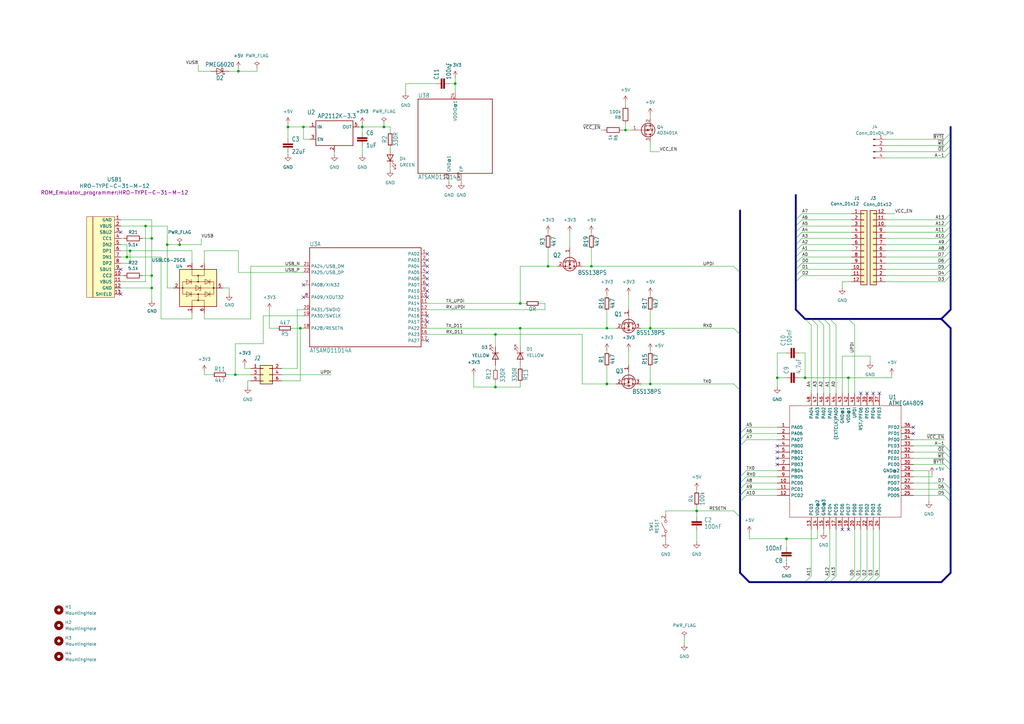
<source format=kicad_sch>
(kicad_sch
	(version 20231120)
	(generator "eeschema")
	(generator_version "8.0")
	(uuid "28fa76d1-9281-4306-81d2-b9e710546d0c")
	(paper "A3")
	
	(junction
		(at 53.34 102.87)
		(diameter 0)
		(color 0 0 0 0)
		(uuid "25fe08f4-9f66-4d53-a6a3-90a9a5f73936")
	)
	(junction
		(at 347.98 154.94)
		(diameter 0)
		(color 0 0 0 0)
		(uuid "29f471a5-1166-4216-b043-a68044debdba")
	)
	(junction
		(at 285.75 209.55)
		(diameter 0)
		(color 0 0 0 0)
		(uuid "2a734be5-512c-4549-8b37-6658fe51780b")
	)
	(junction
		(at 96.52 153.67)
		(diameter 0)
		(color 0 0 0 0)
		(uuid "3646a6b2-e29d-4d3a-8547-0ed8bfe781a9")
	)
	(junction
		(at 266.7 157.48)
		(diameter 0)
		(color 0 0 0 0)
		(uuid "3ba4e73c-d70a-4a41-9dd0-0a2a9871bb2f")
	)
	(junction
		(at 62.23 113.03)
		(diameter 0)
		(color 0 0 0 0)
		(uuid "49566c78-2e93-4a70-87a7-beae877b2725")
	)
	(junction
		(at 73.66 100.33)
		(diameter 0)
		(color 0 0 0 0)
		(uuid "52aa08b5-ad6f-410c-b3b8-45e39b58c6f8")
	)
	(junction
		(at 62.23 97.79)
		(diameter 0)
		(color 0 0 0 0)
		(uuid "53f90da0-9f08-4abf-bee0-42b3eed651d0")
	)
	(junction
		(at 213.36 134.62)
		(diameter 0)
		(color 0 0 0 0)
		(uuid "54934003-054f-415a-908a-2d219a23e302")
	)
	(junction
		(at 318.77 154.94)
		(diameter 0)
		(color 0 0 0 0)
		(uuid "5772eb95-057a-49a6-b3fc-f8593202da99")
	)
	(junction
		(at 68.58 100.33)
		(diameter 0)
		(color 0 0 0 0)
		(uuid "5b204ae1-18cb-48a1-8bfc-83bbb69cd4d6")
	)
	(junction
		(at 118.11 52.07)
		(diameter 0)
		(color 0 0 0 0)
		(uuid "5db75ccb-e4fe-40a2-beea-ae9dafcb1ef0")
	)
	(junction
		(at 330.2 154.94)
		(diameter 0)
		(color 0 0 0 0)
		(uuid "628920db-d769-4d82-a99e-f8adb116e895")
	)
	(junction
		(at 203.2 158.75)
		(diameter 0)
		(color 0 0 0 0)
		(uuid "690bb759-99bc-4c4c-9f6c-2d99266a44ce")
	)
	(junction
		(at 224.79 109.22)
		(diameter 0)
		(color 0 0 0 0)
		(uuid "7190c1d9-0e32-4fdb-a8d7-3c80efa4016a")
	)
	(junction
		(at 186.69 34.29)
		(diameter 0)
		(color 0 0 0 0)
		(uuid "8019e47c-6b97-483b-b1a4-ff7cb61bbaf7")
	)
	(junction
		(at 62.23 118.11)
		(diameter 0)
		(color 0 0 0 0)
		(uuid "83226750-bbd5-4926-bda5-792bd20ce125")
	)
	(junction
		(at 322.58 220.98)
		(diameter 0)
		(color 0 0 0 0)
		(uuid "84f033be-32bb-45a0-9234-97ebb0e46b3b")
	)
	(junction
		(at 386.08 130.81)
		(diameter 0)
		(color 0 0 0 0)
		(uuid "9410afe5-3f02-4941-bdbd-949a040e381b")
	)
	(junction
		(at 59.69 92.71)
		(diameter 0)
		(color 0 0 0 0)
		(uuid "95f4ad0f-cbf7-4f0b-853d-1e746aca63b5")
	)
	(junction
		(at 157.48 52.07)
		(diameter 0)
		(color 0 0 0 0)
		(uuid "9b8807cb-1f7d-4f87-8871-26309c860e68")
	)
	(junction
		(at 123.19 134.62)
		(diameter 0)
		(color 0 0 0 0)
		(uuid "a118a3fb-a689-4827-97f9-d712e2a628d1")
	)
	(junction
		(at 248.92 157.48)
		(diameter 0)
		(color 0 0 0 0)
		(uuid "b4fc6f02-e341-4c02-8017-9971c9ab3f4e")
	)
	(junction
		(at 242.57 109.22)
		(diameter 0)
		(color 0 0 0 0)
		(uuid "c7f162f5-4f28-48e2-b665-37283972dda4")
	)
	(junction
		(at 213.36 124.46)
		(diameter 0)
		(color 0 0 0 0)
		(uuid "ca3e12d0-1042-44e1-9493-bf01ab5caccc")
	)
	(junction
		(at 266.7 134.62)
		(diameter 0)
		(color 0 0 0 0)
		(uuid "d2d8463d-db89-4f29-90fa-cb37ab50933d")
	)
	(junction
		(at 148.59 52.07)
		(diameter 0)
		(color 0 0 0 0)
		(uuid "d3db53cd-b126-4577-9067-15d46ac3dc52")
	)
	(junction
		(at 52.07 105.41)
		(diameter 0)
		(color 0 0 0 0)
		(uuid "de18eed2-d3aa-482d-a7b7-d338c262e634")
	)
	(junction
		(at 248.92 134.62)
		(diameter 0)
		(color 0 0 0 0)
		(uuid "e08b558c-5012-48f8-a0c1-4b153d781b82")
	)
	(junction
		(at 124.46 52.07)
		(diameter 0)
		(color 0 0 0 0)
		(uuid "e4945014-46f4-4640-8266-cbb33aeb1d9e")
	)
	(junction
		(at 97.79 29.21)
		(diameter 0)
		(color 0 0 0 0)
		(uuid "e4e4fe5a-3b98-499f-84a0-64c80cf04e96")
	)
	(junction
		(at 256.54 53.34)
		(diameter 0)
		(color 0 0 0 0)
		(uuid "f21ae05e-3001-43fa-b13c-5e5b5e370dd5")
	)
	(junction
		(at 203.2 137.16)
		(diameter 0)
		(color 0 0 0 0)
		(uuid "f37130a1-e3fb-4028-9d1c-1859e8d3cf28")
	)
	(no_connect
		(at 175.26 139.7)
		(uuid "1c02ee90-3d85-49a1-a1f4-49bf9b502816")
	)
	(no_connect
		(at 358.14 161.29)
		(uuid "227c5be5-f782-4bb2-99b2-db227c4d58e3")
	)
	(no_connect
		(at 49.53 110.49)
		(uuid "327264a2-1cde-4c2c-b205-7c14a5dbbf5c")
	)
	(no_connect
		(at 347.98 217.17)
		(uuid "33e031f8-b2bf-43a8-b45b-02363745e06c")
	)
	(no_connect
		(at 175.26 109.22)
		(uuid "35d3d5b7-d230-4dbb-afd6-172f39d7c617")
	)
	(no_connect
		(at 318.77 185.42)
		(uuid "418a2b17-cd9e-441f-8b25-c4d0d51a66be")
	)
	(no_connect
		(at 175.26 114.3)
		(uuid "50b81490-6e28-4565-be44-7c5b5fc1ec10")
	)
	(no_connect
		(at 318.77 182.88)
		(uuid "5b109c58-2026-4629-8bee-35fe74d70d77")
	)
	(no_connect
		(at 360.68 161.29)
		(uuid "5fbbfa6c-c786-43cd-9118-9a1148b6cd4a")
	)
	(no_connect
		(at 374.65 177.8)
		(uuid "600263bf-5de4-42b8-9169-074ce0852260")
	)
	(no_connect
		(at 353.06 161.29)
		(uuid "616c63fd-c221-4407-8dec-d8b04570344e")
	)
	(no_connect
		(at 345.44 217.17)
		(uuid "63e1bfad-2709-4235-ae8b-6e8eab6a3072")
	)
	(no_connect
		(at 124.46 121.92)
		(uuid "6646214b-2299-4ed9-a80c-1e6355a6110e")
	)
	(no_connect
		(at 175.26 116.84)
		(uuid "7166026f-4487-4c2b-b259-15843cb90c30")
	)
	(no_connect
		(at 175.26 129.54)
		(uuid "72a74e4f-4910-4352-b785-9923f8dceacc")
	)
	(no_connect
		(at 49.53 120.65)
		(uuid "8f13f64b-0f5d-4f19-8290-830a7be2430d")
	)
	(no_connect
		(at 175.26 132.08)
		(uuid "9978a48f-6374-473d-81fb-c47a2fa93a1d")
	)
	(no_connect
		(at 175.26 104.14)
		(uuid "a1d2ca49-b015-4a91-8644-e73530e3d6a7")
	)
	(no_connect
		(at 175.26 119.38)
		(uuid "b49f517d-d1b6-403a-acad-928935c01296")
	)
	(no_connect
		(at 355.6 161.29)
		(uuid "b890e99b-a31e-4f71-9a01-f615eb290f71")
	)
	(no_connect
		(at 124.46 116.84)
		(uuid "c705f1fe-c741-4c10-9d2d-6db33953d8fe")
	)
	(no_connect
		(at 175.26 111.76)
		(uuid "db5e2c77-bb6f-4ace-be6b-c4fbf8070df5")
	)
	(no_connect
		(at 175.26 106.68)
		(uuid "e188c017-dd01-4989-a9b7-eae894a86cad")
	)
	(no_connect
		(at 49.53 95.25)
		(uuid "e958ab6e-b7bc-41aa-8552-74f8a03fb1a1")
	)
	(no_connect
		(at 318.77 190.5)
		(uuid "eb2ca0d2-b774-429b-992e-72880025be2b")
	)
	(no_connect
		(at 175.26 121.92)
		(uuid "eb98a14c-cb21-42ae-92cd-0f254eb53bc5")
	)
	(no_connect
		(at 374.65 175.26)
		(uuid "ed822e95-8a76-4b35-b8aa-35e79fd4e109")
	)
	(no_connect
		(at 318.77 187.96)
		(uuid "f5c85e36-0f25-44ae-8024-1f423dc8cf27")
	)
	(bus_entry
		(at 328.93 113.03)
		(size -2.54 2.54)
		(stroke
			(width 0)
			(type default)
		)
		(uuid "0aa1af16-689c-411d-94ed-9d2f18765aea")
	)
	(bus_entry
		(at 387.35 59.69)
		(size 2.54 -2.54)
		(stroke
			(width 0)
			(type default)
		)
		(uuid "16a685a5-abe1-429b-a85b-7fb5aeb91a98")
	)
	(bus_entry
		(at 328.93 87.63)
		(size -2.54 2.54)
		(stroke
			(width 0)
			(type default)
		)
		(uuid "16fb4579-8076-4569-a889-c74fb0a44e57")
	)
	(bus_entry
		(at 387.35 102.87)
		(size 2.54 -2.54)
		(stroke
			(width 0)
			(type default)
		)
		(uuid "17afc67b-cb84-41c7-a0d3-859bf042dd44")
	)
	(bus_entry
		(at 360.68 236.22)
		(size -2.54 2.54)
		(stroke
			(width 0)
			(type default)
		)
		(uuid "1910cc65-d552-4ede-8a47-7bb05d228f88")
	)
	(bus_entry
		(at 387.35 92.71)
		(size 2.54 -2.54)
		(stroke
			(width 0)
			(type default)
		)
		(uuid "1be8e402-e8e0-462a-9c1d-8b35ca998292")
	)
	(bus_entry
		(at 387.35 107.95)
		(size 2.54 -2.54)
		(stroke
			(width 0)
			(type default)
		)
		(uuid "20bfcef1-00cc-4234-972e-37a3aca6546c")
	)
	(bus_entry
		(at 342.9 236.22)
		(size -2.54 2.54)
		(stroke
			(width 0)
			(type default)
		)
		(uuid "232552e6-d3ce-4323-9878-9d0a815a4fb0")
	)
	(bus_entry
		(at 387.35 95.25)
		(size 2.54 -2.54)
		(stroke
			(width 0)
			(type default)
		)
		(uuid "2485caa4-edea-47d3-8564-cee6ac5cd45e")
	)
	(bus_entry
		(at 328.93 97.79)
		(size -2.54 2.54)
		(stroke
			(width 0)
			(type default)
		)
		(uuid "25026f63-23a1-4fdd-9ba1-d57454297aad")
	)
	(bus_entry
		(at 306.07 200.66)
		(size -2.54 2.54)
		(stroke
			(width 0)
			(type default)
		)
		(uuid "25935f77-39bc-4b3c-a923-1df4383556b3")
	)
	(bus_entry
		(at 306.07 177.8)
		(size -2.54 2.54)
		(stroke
			(width 0)
			(type default)
		)
		(uuid "25ab4834-eba0-46db-85de-b05220deb2bd")
	)
	(bus_entry
		(at 342.9 133.35)
		(size -2.54 -2.54)
		(stroke
			(width 0)
			(type default)
		)
		(uuid "28dc474f-e6e9-4bfe-aaa4-5cf8802ba712")
	)
	(bus_entry
		(at 387.35 200.66)
		(size 2.54 2.54)
		(stroke
			(width 0)
			(type default)
		)
		(uuid "2c1f6dc9-e875-485a-8268-d7844c713a09")
	)
	(bus_entry
		(at 328.93 100.33)
		(size -2.54 2.54)
		(stroke
			(width 0)
			(type default)
		)
		(uuid "2efdf071-883b-4862-b301-80ffe5be0ca0")
	)
	(bus_entry
		(at 387.35 57.15)
		(size 2.54 -2.54)
		(stroke
			(width 0)
			(type default)
		)
		(uuid "2f3f09fe-9c8f-4565-89a0-4fda67bdfe1e")
	)
	(bus_entry
		(at 387.35 110.49)
		(size 2.54 -2.54)
		(stroke
			(width 0)
			(type default)
		)
		(uuid "306f09d3-c117-4330-9407-5c4d49ce0b53")
	)
	(bus_entry
		(at 337.82 133.35)
		(size -2.54 -2.54)
		(stroke
			(width 0)
			(type default)
		)
		(uuid "33649431-c1c8-43cd-9acd-2c9a7d3321e8")
	)
	(bus_entry
		(at 387.35 97.79)
		(size 2.54 -2.54)
		(stroke
			(width 0)
			(type default)
		)
		(uuid "35824b65-6ec4-46e2-b5c4-eac478b69c2b")
	)
	(bus_entry
		(at 387.35 64.77)
		(size 2.54 -2.54)
		(stroke
			(width 0)
			(type default)
		)
		(uuid "4c7cc51e-3724-449d-adbb-3ea092cbc57e")
	)
	(bus_entry
		(at 355.6 236.22)
		(size -2.54 2.54)
		(stroke
			(width 0)
			(type default)
		)
		(uuid "5015131d-c2ac-424e-a78c-0a05714f6fac")
	)
	(bus_entry
		(at 328.93 90.17)
		(size -2.54 2.54)
		(stroke
			(width 0)
			(type default)
		)
		(uuid "51bbb9fa-f4ea-4874-a7d9-4741da0d4ce4")
	)
	(bus_entry
		(at 328.93 102.87)
		(size -2.54 2.54)
		(stroke
			(width 0)
			(type default)
		)
		(uuid "57919088-5913-4eda-b3f9-047a2b97203c")
	)
	(bus_entry
		(at 358.14 236.22)
		(size -2.54 2.54)
		(stroke
			(width 0)
			(type default)
		)
		(uuid "58c68571-7bb1-4e02-969f-0f375d588f18")
	)
	(bus_entry
		(at 306.07 198.12)
		(size -2.54 2.54)
		(stroke
			(width 0)
			(type default)
		)
		(uuid "5d39ca08-1f9e-4a7f-b076-da956f2d39f8")
	)
	(bus_entry
		(at 300.99 157.48)
		(size 2.54 2.54)
		(stroke
			(width 0)
			(type default)
		)
		(uuid "668eecfb-898e-4f3f-9125-ea0e2700ea44")
	)
	(bus_entry
		(at 306.07 180.34)
		(size -2.54 2.54)
		(stroke
			(width 0)
			(type default)
		)
		(uuid "66fa855d-9aab-4934-a28c-54da3fba9912")
	)
	(bus_entry
		(at 387.35 62.23)
		(size 2.54 -2.54)
		(stroke
			(width 0)
			(type default)
		)
		(uuid "69305812-d088-44f4-85c7-a578cdaed436")
	)
	(bus_entry
		(at 387.35 185.42)
		(size 2.54 2.54)
		(stroke
			(width 0)
			(type default)
		)
		(uuid "71ae20e8-c87e-4827-916b-ba5efd75b6be")
	)
	(bus_entry
		(at 387.35 100.33)
		(size 2.54 -2.54)
		(stroke
			(width 0)
			(type default)
		)
		(uuid "7224c973-9db9-4da6-acd6-6fbf779b56fb")
	)
	(bus_entry
		(at 387.35 182.88)
		(size 2.54 2.54)
		(stroke
			(width 0)
			(type default)
		)
		(uuid "751fcfbd-021b-48c2-8fed-ed24c23b0557")
	)
	(bus_entry
		(at 332.74 236.22)
		(size -2.54 2.54)
		(stroke
			(width 0)
			(type default)
		)
		(uuid "7579ff0e-c314-44ab-a8a0-47817b1c8abb")
	)
	(bus_entry
		(at 306.07 193.04)
		(size -2.54 2.54)
		(stroke
			(width 0)
			(type default)
		)
		(uuid "7c422821-4b95-406d-916e-9666fd8aa869")
	)
	(bus_entry
		(at 300.99 134.62)
		(size 2.54 2.54)
		(stroke
			(width 0)
			(type default)
		)
		(uuid "7c9b0bd5-fae6-4cfe-a80f-1c525793abb9")
	)
	(bus_entry
		(at 387.35 113.03)
		(size 2.54 -2.54)
		(stroke
			(width 0)
			(type default)
		)
		(uuid "7f71c6f6-fc39-480a-870c-642f356424fe")
	)
	(bus_entry
		(at 328.93 92.71)
		(size -2.54 2.54)
		(stroke
			(width 0)
			(type default)
		)
		(uuid "7fb0f4c9-65d2-4a8f-a048-ee7a67f238b2")
	)
	(bus_entry
		(at 300.99 109.22)
		(size 2.54 2.54)
		(stroke
			(width 0)
			(type default)
		)
		(uuid "81cecfa1-cb57-4c42-bca6-3ae4b0631463")
	)
	(bus_entry
		(at 306.07 200.66)
		(size -2.54 2.54)
		(stroke
			(width 0)
			(type default)
		)
		(uuid "842ecb31-5cfe-4144-8683-3c6d1331ff77")
	)
	(bus_entry
		(at 387.35 90.17)
		(size 2.54 -2.54)
		(stroke
			(width 0)
			(type default)
		)
		(uuid "85859c3c-9ec5-4020-b4b2-424ee21c7f31")
	)
	(bus_entry
		(at 328.93 95.25)
		(size -2.54 2.54)
		(stroke
			(width 0)
			(type default)
		)
		(uuid "866292a7-49b7-4edc-a078-0b67d6d4ae4c")
	)
	(bus_entry
		(at 340.36 236.22)
		(size -2.54 2.54)
		(stroke
			(width 0)
			(type default)
		)
		(uuid "8790097f-ce2c-4cee-974d-6aba0753c60f")
	)
	(bus_entry
		(at 387.35 105.41)
		(size 2.54 -2.54)
		(stroke
			(width 0)
			(type default)
		)
		(uuid "92d378de-bc20-41a0-a9b1-dc67fc4b1c50")
	)
	(bus_entry
		(at 306.07 203.2)
		(size -2.54 2.54)
		(stroke
			(width 0)
			(type default)
		)
		(uuid "9e30d67c-3181-421c-aea0-c2f47e295343")
	)
	(bus_entry
		(at 387.35 198.12)
		(size 2.54 2.54)
		(stroke
			(width 0)
			(type default)
		)
		(uuid "a09ab4d8-6519-4e2b-a8eb-bd4d95fb7897")
	)
	(bus_entry
		(at 306.07 195.58)
		(size -2.54 2.54)
		(stroke
			(width 0)
			(type default)
		)
		(uuid "a146ad34-41ff-4206-a19d-0be39c0cd6ab")
	)
	(bus_entry
		(at 387.35 187.96)
		(size 2.54 2.54)
		(stroke
			(width 0)
			(type default)
		)
		(uuid "a3a8ab07-58fb-49b6-8265-0000d373c0f4")
	)
	(bus_entry
		(at 328.93 107.95)
		(size -2.54 2.54)
		(stroke
			(width 0)
			(type default)
		)
		(uuid "ae2c274e-1b19-43dc-ba01-7842f12c853c")
	)
	(bus_entry
		(at 328.93 105.41)
		(size -2.54 2.54)
		(stroke
			(width 0)
			(type default)
		)
		(uuid "aec6c226-2370-48f5-a6b8-7c050a1b034a")
	)
	(bus_entry
		(at 387.35 115.57)
		(size 2.54 -2.54)
		(stroke
			(width 0)
			(type default)
		)
		(uuid "b52cd8fb-a4e1-485e-8296-2595c0d87705")
	)
	(bus_entry
		(at 340.36 133.35)
		(size -2.54 -2.54)
		(stroke
			(width 0)
			(type default)
		)
		(uuid "b71aef7b-0325-4713-b6e1-27f4aba133ac")
	)
	(bus_entry
		(at 328.93 110.49)
		(size -2.54 2.54)
		(stroke
			(width 0)
			(type default)
		)
		(uuid "b943ddf4-d7e8-49fe-a5a8-27433629e951")
	)
	(bus_entry
		(at 300.99 209.55)
		(size 2.54 2.54)
		(stroke
			(width 0)
			(type default)
		)
		(uuid "bd83e3c9-e2a7-47a7-abc0-eefb902aac33")
	)
	(bus_entry
		(at 332.74 133.35)
		(size -2.54 -2.54)
		(stroke
			(width 0)
			(type default)
		)
		(uuid "be8ad4d9-f125-45ee-84c7-8700267dc8d3")
	)
	(bus_entry
		(at 387.35 190.5)
		(size 2.54 2.54)
		(stroke
			(width 0)
			(type default)
		)
		(uuid "c51268ad-6885-4322-8e4d-c67d857e3d23")
	)
	(bus_entry
		(at 353.06 236.22)
		(size -2.54 2.54)
		(stroke
			(width 0)
			(type default)
		)
		(uuid "cf1061d4-aedb-44b3-afee-d2e2aef0f8d9")
	)
	(bus_entry
		(at 306.07 175.26)
		(size -2.54 2.54)
		(stroke
			(width 0)
			(type default)
		)
		(uuid "e3aec4cb-12fc-4eec-864a-0cb00c18c397")
	)
	(bus_entry
		(at 387.35 203.2)
		(size 2.54 2.54)
		(stroke
			(width 0)
			(type default)
		)
		(uuid "e9354dbe-5ab2-445d-afa8-6c25f014f2ea")
	)
	(bus_entry
		(at 335.28 133.35)
		(size -2.54 -2.54)
		(stroke
			(width 0)
			(type default)
		)
		(uuid "eb4e5123-fe35-45e0-a9e4-095e9ee5ea6b")
	)
	(bus_entry
		(at 350.52 236.22)
		(size -2.54 2.54)
		(stroke
			(width 0)
			(type default)
		)
		(uuid "ef562df2-da45-448a-b1c9-9e75f319a6fb")
	)
	(bus_entry
		(at 350.52 133.35)
		(size -2.54 -2.54)
		(stroke
			(width 0)
			(type default)
		)
		(uuid "f94ee951-5821-4e10-8d0b-78426479034e")
	)
	(wire
		(pts
			(xy 223.52 124.46) (xy 223.52 127)
		)
		(stroke
			(width 0.1524)
			(type solid)
		)
		(uuid "0029672f-e864-4cf2-9b85-b31dd929dc7d")
	)
	(bus
		(pts
			(xy 389.89 102.87) (xy 389.89 105.41)
		)
		(stroke
			(width 0.762)
			(type solid)
		)
		(uuid "009e38fb-06d8-4f52-a649-342a66806d07")
	)
	(wire
		(pts
			(xy 347.98 154.94) (xy 365.76 154.94)
		)
		(stroke
			(width 0.1524)
			(type solid)
		)
		(uuid "013a424d-0c63-410d-a030-e123de418a7b")
	)
	(wire
		(pts
			(xy 62.23 97.79) (xy 62.23 113.03)
		)
		(stroke
			(width 0)
			(type default)
		)
		(uuid "015919bb-bf9a-4193-8487-a1d36051865d")
	)
	(wire
		(pts
			(xy 256.54 53.34) (xy 259.08 53.34)
		)
		(stroke
			(width 0)
			(type default)
		)
		(uuid "0381a88b-5251-4399-bd12-fa44317dd30d")
	)
	(wire
		(pts
			(xy 374.65 193.04) (xy 381 193.04)
		)
		(stroke
			(width 0)
			(type default)
		)
		(uuid "042e4ed2-7259-4e1d-bf91-590c01946f4d")
	)
	(bus
		(pts
			(xy 326.39 92.71) (xy 326.39 90.17)
		)
		(stroke
			(width 0.762)
			(type solid)
		)
		(uuid "0509aad3-98e1-46b0-b088-0edb29aa5c30")
	)
	(bus
		(pts
			(xy 389.89 110.49) (xy 389.89 113.03)
		)
		(stroke
			(width 0.762)
			(type solid)
		)
		(uuid "0752531a-d6a4-4814-85e2-02e48ec0dbe8")
	)
	(wire
		(pts
			(xy 83.82 102.87) (xy 97.79 102.87)
		)
		(stroke
			(width 0)
			(type default)
		)
		(uuid "07d975d4-aae4-4d64-8a2c-e9a99b833255")
	)
	(wire
		(pts
			(xy 349.25 105.41) (xy 328.93 105.41)
		)
		(stroke
			(width 0)
			(type default)
		)
		(uuid "08393765-15ca-4832-89b7-61d85d407e61")
	)
	(wire
		(pts
			(xy 285.75 209.55) (xy 285.75 212.09)
		)
		(stroke
			(width 0.1524)
			(type solid)
		)
		(uuid "09a2fcd5-31bc-439a-bec7-893d00ec7144")
	)
	(wire
		(pts
			(xy 238.76 109.22) (xy 242.57 109.22)
		)
		(stroke
			(width 0.1524)
			(type solid)
		)
		(uuid "09b96df1-f1d8-402f-9c78-8dc9c0aa6ae7")
	)
	(wire
		(pts
			(xy 318.77 158.75) (xy 318.77 154.94)
		)
		(stroke
			(width 0)
			(type default)
		)
		(uuid "09c3e1ac-4617-482c-9e3c-dd2907fcde2d")
	)
	(wire
		(pts
			(xy 147.32 52.07) (xy 148.59 52.07)
		)
		(stroke
			(width 0.1524)
			(type solid)
		)
		(uuid "09ca1d16-aeab-4480-b710-8f30bfc75e0e")
	)
	(wire
		(pts
			(xy 124.46 127) (xy 121.92 127)
		)
		(stroke
			(width 0.1524)
			(type solid)
		)
		(uuid "09e6f831-37e8-455a-8c0d-7f6edac4786d")
	)
	(wire
		(pts
			(xy 66.04 105.41) (xy 66.04 130.81)
		)
		(stroke
			(width 0)
			(type default)
		)
		(uuid "0a049206-63c3-45b7-81ea-36e71c351f4c")
	)
	(wire
		(pts
			(xy 101.6 158.75) (xy 101.6 156.21)
		)
		(stroke
			(width 0)
			(type default)
		)
		(uuid "0adc7616-2425-4a62-a053-2e40820cd981")
	)
	(wire
		(pts
			(xy 91.44 118.11) (xy 93.98 118.11)
		)
		(stroke
			(width 0)
			(type default)
		)
		(uuid "0b52a2b9-964f-48a9-8b9e-477085330ef3")
	)
	(wire
		(pts
			(xy 213.36 142.24) (xy 213.36 134.62)
		)
		(stroke
			(width 0.1524)
			(type solid)
		)
		(uuid "0dd763da-7cdd-419f-90af-3a458ce0a481")
	)
	(wire
		(pts
			(xy 363.22 87.63) (xy 367.03 87.63)
		)
		(stroke
			(width 0)
			(type default)
		)
		(uuid "0e2acd85-a123-41b7-93c4-ab43a356d450")
	)
	(wire
		(pts
			(xy 118.11 62.23) (xy 118.11 63.5)
		)
		(stroke
			(width 0)
			(type default)
		)
		(uuid "0e4bb3c0-49f2-43ef-a951-3f67164b3b08")
	)
	(wire
		(pts
			(xy 349.25 100.33) (xy 328.93 100.33)
		)
		(stroke
			(width 0)
			(type default)
		)
		(uuid "0ebfff8f-895d-414b-8952-e54f5e5af4a5")
	)
	(wire
		(pts
			(xy 110.49 127) (xy 110.49 134.62)
		)
		(stroke
			(width 0)
			(type default)
		)
		(uuid "0fc50b1d-4f2e-4a1d-a50c-aa353f33c133")
	)
	(wire
		(pts
			(xy 327.66 154.94) (xy 330.2 154.94)
		)
		(stroke
			(width 0.1524)
			(type solid)
		)
		(uuid "11212c01-7978-4656-a750-69f7b1e63e9f")
	)
	(bus
		(pts
			(xy 389.89 113.03) (xy 389.89 127)
		)
		(stroke
			(width 0.762)
			(type solid)
		)
		(uuid "1177ab42-a473-4fd1-9ba0-7f73b4985297")
	)
	(wire
		(pts
			(xy 349.25 90.17) (xy 328.93 90.17)
		)
		(stroke
			(width 0)
			(type default)
		)
		(uuid "12c7cffc-e85d-4800-9f6d-b94edff32052")
	)
	(bus
		(pts
			(xy 350.52 238.76) (xy 353.06 238.76)
		)
		(stroke
			(width 0.762)
			(type solid)
		)
		(uuid "16235157-2cf7-4cf5-b472-e5bef53e0c1b")
	)
	(wire
		(pts
			(xy 213.36 109.22) (xy 224.79 109.22)
		)
		(stroke
			(width 0.1524)
			(type solid)
		)
		(uuid "16986530-80d7-48cb-91d0-4d078eb5b791")
	)
	(bus
		(pts
			(xy 353.06 238.76) (xy 355.6 238.76)
		)
		(stroke
			(width 0.762)
			(type solid)
		)
		(uuid "1744e8ae-2f53-4a25-b5a2-90744d83b232")
	)
	(bus
		(pts
			(xy 389.89 97.79) (xy 389.89 100.33)
		)
		(stroke
			(width 0.762)
			(type solid)
		)
		(uuid "1756d4fc-8430-4535-8587-3ddbfc109c60")
	)
	(wire
		(pts
			(xy 228.6 109.22) (xy 224.79 109.22)
		)
		(stroke
			(width 0.1524)
			(type solid)
		)
		(uuid "187cb4fc-7dbd-4cd1-bba4-a32961953a1d")
	)
	(bus
		(pts
			(xy 326.39 105.41) (xy 326.39 102.87)
		)
		(stroke
			(width 0.762)
			(type solid)
		)
		(uuid "18ad8ee6-dda0-42f9-9290-c2e84f19e80d")
	)
	(wire
		(pts
			(xy 186.69 31.75) (xy 186.69 34.29)
		)
		(stroke
			(width 0.1524)
			(type solid)
		)
		(uuid "1bcb1eed-f037-414e-8cc8-8265f2fc83c6")
	)
	(wire
		(pts
			(xy 318.77 195.58) (xy 306.07 195.58)
		)
		(stroke
			(width 0.1524)
			(type solid)
		)
		(uuid "1eab1aa2-e84d-4cc1-b606-b47612e8b88b")
	)
	(wire
		(pts
			(xy 318.77 154.94) (xy 322.58 154.94)
		)
		(stroke
			(width 0)
			(type default)
		)
		(uuid "1eb334ba-07be-46cf-91b9-6057a111fdcb")
	)
	(wire
		(pts
			(xy 62.23 113.03) (xy 62.23 118.11)
		)
		(stroke
			(width 0)
			(type default)
		)
		(uuid "1ec0a4bb-c245-46b2-b58d-26cdaf073780")
	)
	(wire
		(pts
			(xy 349.25 92.71) (xy 328.93 92.71)
		)
		(stroke
			(width 0)
			(type default)
		)
		(uuid "2018ab69-1b58-4b1c-be6d-630c9493131b")
	)
	(wire
		(pts
			(xy 194.31 158.75) (xy 203.2 158.75)
		)
		(stroke
			(width 0)
			(type default)
		)
		(uuid "20b7ee20-30c5-46c9-a107-3283254549af")
	)
	(wire
		(pts
			(xy 340.36 161.29) (xy 340.36 133.35)
		)
		(stroke
			(width 0.1524)
			(type solid)
		)
		(uuid "20fb9ccb-4ef5-469b-88ab-fd2d1ed94c7e")
	)
	(wire
		(pts
			(xy 273.05 220.98) (xy 273.05 222.25)
		)
		(stroke
			(width 0)
			(type default)
		)
		(uuid "214a7ee8-8efd-4ad8-a40a-91e79ad8be86")
	)
	(wire
		(pts
			(xy 363.22 92.71) (xy 387.35 92.71)
		)
		(stroke
			(width 0)
			(type default)
		)
		(uuid "21d72ae5-41c2-4531-8ed7-777e28225e5c")
	)
	(wire
		(pts
			(xy 266.7 134.62) (xy 300.99 134.62)
		)
		(stroke
			(width 0.1524)
			(type solid)
		)
		(uuid "21fd52e5-5515-461c-84f7-3112a5a1f945")
	)
	(wire
		(pts
			(xy 53.34 102.87) (xy 78.74 102.87)
		)
		(stroke
			(width 0)
			(type default)
		)
		(uuid "22be691a-d2f7-4b76-82b7-b3454c5f6574")
	)
	(wire
		(pts
			(xy 62.23 118.11) (xy 62.23 123.19)
		)
		(stroke
			(width 0)
			(type default)
		)
		(uuid "2300fff3-6ac5-49f7-85d8-0262eb9d8349")
	)
	(wire
		(pts
			(xy 203.2 142.24) (xy 203.2 137.16)
		)
		(stroke
			(width 0.1524)
			(type solid)
		)
		(uuid "231165a3-4e2f-4693-8bf1-8dff36d0f418")
	)
	(bus
		(pts
			(xy 303.53 200.66) (xy 303.53 198.12)
		)
		(stroke
			(width 0.762)
			(type solid)
		)
		(uuid "2378be87-b70d-48b9-9032-240b9e5821df")
	)
	(wire
		(pts
			(xy 285.75 209.55) (xy 273.05 209.55)
		)
		(stroke
			(width 0.1524)
			(type solid)
		)
		(uuid "23ae37f7-0064-4193-ab8e-d6a22a1e843d")
	)
	(bus
		(pts
			(xy 326.39 107.95) (xy 326.39 105.41)
		)
		(stroke
			(width 0.762)
			(type solid)
		)
		(uuid "23b08d59-f152-479e-8bfd-78fe22932cfc")
	)
	(wire
		(pts
			(xy 248.92 127) (xy 248.92 134.62)
		)
		(stroke
			(width 0.1524)
			(type solid)
		)
		(uuid "23c7bfe4-eaa0-4bfb-9f62-3e2c701899e5")
	)
	(wire
		(pts
			(xy 148.59 52.07) (xy 148.59 50.8)
		)
		(stroke
			(width 0.1524)
			(type solid)
		)
		(uuid "244e53d4-5e2c-4aaa-a796-d3fea53c68b3")
	)
	(bus
		(pts
			(xy 389.89 62.23) (xy 389.89 87.63)
		)
		(stroke
			(width 0.762)
			(type solid)
		)
		(uuid "24dd2c5d-86f0-4ec5-b6e4-6ee4c7cab5bd")
	)
	(bus
		(pts
			(xy 307.34 238.76) (xy 303.53 234.95)
		)
		(stroke
			(width 0.762)
			(type solid)
		)
		(uuid "24f9edcc-32d4-4da1-92c1-6a803eab182c")
	)
	(wire
		(pts
			(xy 105.41 29.21) (xy 105.41 27.94)
		)
		(stroke
			(width 0)
			(type default)
		)
		(uuid "25e47d13-f83c-4b36-918e-de41ac914996")
	)
	(bus
		(pts
			(xy 303.53 203.2) (xy 303.53 205.74)
		)
		(stroke
			(width 0.762)
			(type solid)
		)
		(uuid "27755419-bda5-4635-9da3-d7b708346a7f")
	)
	(wire
		(pts
			(xy 266.7 143.51) (xy 266.7 144.78)
		)
		(stroke
			(width 0)
			(type default)
		)
		(uuid "2adaaf9d-6341-4463-b2c2-fd4670cc39cd")
	)
	(bus
		(pts
			(xy 326.39 80.01) (xy 326.39 90.17)
		)
		(stroke
			(width 0.762)
			(type solid)
		)
		(uuid "2ba86e6b-d314-4e63-a775-66d93ff94e5a")
	)
	(bus
		(pts
			(xy 303.53 160.02) (xy 303.53 137.16)
		)
		(stroke
			(width 0.762)
			(type solid)
		)
		(uuid "2c66870b-d0b8-4b83-9a66-233c4359d44b")
	)
	(wire
		(pts
			(xy 318.77 144.78) (xy 322.58 144.78)
		)
		(stroke
			(width 0)
			(type default)
		)
		(uuid "2cfda724-8e8a-41e3-80f9-005fa80ad197")
	)
	(wire
		(pts
			(xy 248.92 149.86) (xy 248.92 157.48)
		)
		(stroke
			(width 0.1524)
			(type solid)
		)
		(uuid "2d135478-c8e9-4c22-93a5-86ce57f71e7c")
	)
	(wire
		(pts
			(xy 49.53 92.71) (xy 59.69 92.71)
		)
		(stroke
			(width 0)
			(type default)
		)
		(uuid "2de501c6-8a0d-43ab-a625-7e56e9567fee")
	)
	(wire
		(pts
			(xy 83.82 152.4) (xy 83.82 153.67)
		)
		(stroke
			(width 0)
			(type default)
		)
		(uuid "2e34afb3-4c26-4286-8be4-f25298754c32")
	)
	(bus
		(pts
			(xy 358.14 238.76) (xy 386.08 238.76)
		)
		(stroke
			(width 0.762)
			(type solid)
		)
		(uuid "2e71ef3f-af3f-44df-8112-312e0ae37782")
	)
	(wire
		(pts
			(xy 363.22 115.57) (xy 387.35 115.57)
		)
		(stroke
			(width 0)
			(type default)
		)
		(uuid "2f04fef7-6359-4dee-97c3-872a2308cf02")
	)
	(bus
		(pts
			(xy 332.74 130.81) (xy 330.2 130.81)
		)
		(stroke
			(width 0.762)
			(type solid)
		)
		(uuid "2fd66dbb-d7f1-42f5-8a28-156223f96917")
	)
	(bus
		(pts
			(xy 389.89 234.95) (xy 389.89 205.74)
		)
		(stroke
			(width 0.762)
			(type solid)
		)
		(uuid "30b3fd97-8875-468e-8bbd-29b1e6ea0f41")
	)
	(wire
		(pts
			(xy 356.87 148.59) (xy 356.87 146.05)
		)
		(stroke
			(width 0)
			(type default)
		)
		(uuid "31868d51-0a97-4c33-95c5-57011daea4f7")
	)
	(wire
		(pts
			(xy 58.42 97.79) (xy 62.23 97.79)
		)
		(stroke
			(width 0)
			(type default)
		)
		(uuid "34913f22-09d2-4c06-8649-234e8665a34d")
	)
	(bus
		(pts
			(xy 389.89 200.66) (xy 389.89 193.04)
		)
		(stroke
			(width 0.762)
			(type solid)
		)
		(uuid "35137d75-cbac-4a59-9a03-826fe702466c")
	)
	(wire
		(pts
			(xy 213.36 149.86) (xy 213.36 151.13)
		)
		(stroke
			(width 0)
			(type default)
		)
		(uuid "35378b14-3990-4e5e-91e7-cf2e4b7c4e2c")
	)
	(wire
		(pts
			(xy 328.93 107.95) (xy 349.25 107.95)
		)
		(stroke
			(width 0)
			(type default)
		)
		(uuid "35ab9d8f-d203-46b2-bd98-94bb4d97c0ea")
	)
	(wire
		(pts
			(xy 255.27 53.34) (xy 256.54 53.34)
		)
		(stroke
			(width 0)
			(type default)
		)
		(uuid "3766d906-4b6b-4091-b532-dc0a3179d153")
	)
	(wire
		(pts
			(xy 381 193.04) (xy 381 205.74)
		)
		(stroke
			(width 0)
			(type default)
		)
		(uuid "3a2078cc-5cd1-4839-9088-ea1d7e726567")
	)
	(wire
		(pts
			(xy 118.11 52.07) (xy 118.11 57.15)
		)
		(stroke
			(width 0.1524)
			(type solid)
		)
		(uuid "3ad637be-ab5c-41ee-8c61-b2bad995a4a0")
	)
	(wire
		(pts
			(xy 68.58 118.11) (xy 71.12 118.11)
		)
		(stroke
			(width 0)
			(type default)
		)
		(uuid "3bbb893f-6ca9-4510-bbe3-d28752a6395d")
	)
	(wire
		(pts
			(xy 374.65 190.5) (xy 387.35 190.5)
		)
		(stroke
			(width 0.1524)
			(type solid)
		)
		(uuid "3c3163a8-fc90-476d-8cf5-87ef721a3cf0")
	)
	(wire
		(pts
			(xy 175.26 124.46) (xy 213.36 124.46)
		)
		(stroke
			(width 0.1524)
			(type solid)
		)
		(uuid "3ca1f031-bbc6-4848-87ca-3412e3afc2e9")
	)
	(wire
		(pts
			(xy 83.82 102.87) (xy 83.82 107.95)
		)
		(stroke
			(width 0)
			(type default)
		)
		(uuid "3cda15b6-1f5a-42e5-af9b-6cacb27a245a")
	)
	(wire
		(pts
			(xy 318.77 203.2) (xy 306.07 203.2)
		)
		(stroke
			(width 0.1524)
			(type solid)
		)
		(uuid "3dbe62f7-dc53-4a23-99be-34f981a57410")
	)
	(wire
		(pts
			(xy 335.28 161.29) (xy 335.28 133.35)
		)
		(stroke
			(width 0.1524)
			(type solid)
		)
		(uuid "3e5c746d-ae0b-4327-91f2-63f01bcda125")
	)
	(wire
		(pts
			(xy 62.23 90.17) (xy 62.23 97.79)
		)
		(stroke
			(width 0)
			(type default)
		)
		(uuid "3f0df521-bc5a-4081-878d-c025f03eae8c")
	)
	(wire
		(pts
			(xy 213.36 158.75) (xy 213.36 156.21)
		)
		(stroke
			(width 0.1524)
			(type solid)
		)
		(uuid "3f17a8c3-f69b-4ea0-814c-0b027286e1ce")
	)
	(wire
		(pts
			(xy 257.81 143.51) (xy 257.81 149.86)
		)
		(stroke
			(width 0)
			(type default)
		)
		(uuid "3f20a456-9c9b-46ce-8c5a-a86c0f8e7e34")
	)
	(wire
		(pts
			(xy 101.6 156.21) (xy 102.87 156.21)
		)
		(stroke
			(width 0)
			(type default)
		)
		(uuid "403c830c-6487-4565-b541-f45d952980f9")
	)
	(bus
		(pts
			(xy 389.89 100.33) (xy 389.89 102.87)
		)
		(stroke
			(width 0.762)
			(type solid)
		)
		(uuid "42247e34-6ad4-4062-bbed-fdd54086d6ab")
	)
	(wire
		(pts
			(xy 194.31 153.67) (xy 194.31 158.75)
		)
		(stroke
			(width 0)
			(type default)
		)
		(uuid "430ca375-911b-4a68-9dc8-917ca67cd21a")
	)
	(wire
		(pts
			(xy 49.53 107.95) (xy 53.34 107.95)
		)
		(stroke
			(width 0)
			(type default)
		)
		(uuid "44ad6771-8d72-4b7c-803a-c7dace71088c")
	)
	(bus
		(pts
			(xy 389.89 107.95) (xy 389.89 110.49)
		)
		(stroke
			(width 0.762)
			(type solid)
		)
		(uuid "45fd6200-c9e2-49c0-a7a1-3cdca12f2739")
	)
	(bus
		(pts
			(xy 347.98 130.81) (xy 386.08 130.81)
		)
		(stroke
			(width 0.762)
			(type solid)
		)
		(uuid "464bd627-43c9-442c-a223-b74092088466")
	)
	(wire
		(pts
			(xy 53.34 102.87) (xy 53.34 107.95)
		)
		(stroke
			(width 0)
			(type default)
		)
		(uuid "48067404-e5ff-46dc-9842-fdc3924513f8")
	)
	(wire
		(pts
			(xy 242.57 109.22) (xy 242.57 101.6)
		)
		(stroke
			(width 0.1524)
			(type solid)
		)
		(uuid "48f91848-daf6-419f-8845-4a80a3e6bfc4")
	)
	(wire
		(pts
			(xy 342.9 217.17) (xy 342.9 236.22)
		)
		(stroke
			(width 0.1524)
			(type solid)
		)
		(uuid "4a2c3157-883d-4a67-b226-16efee8e353e")
	)
	(bus
		(pts
			(xy 326.39 115.57) (xy 326.39 127)
		)
		(stroke
			(width 0.762)
			(type solid)
		)
		(uuid "4b3510aa-ade1-49d9-861c-0a7c0789553c")
	)
	(wire
		(pts
			(xy 374.65 187.96) (xy 387.35 187.96)
		)
		(stroke
			(width 0.1524)
			(type solid)
		)
		(uuid "4b4afb1f-970c-47de-a1a9-4474a9510e6f")
	)
	(wire
		(pts
			(xy 374.65 182.88) (xy 387.35 182.88)
		)
		(stroke
			(width 0.1524)
			(type solid)
		)
		(uuid "4c293bc8-6f15-4b3f-909a-7fb292637574")
	)
	(wire
		(pts
			(xy 363.22 102.87) (xy 387.35 102.87)
		)
		(stroke
			(width 0)
			(type default)
		)
		(uuid "4d267e40-3400-4eb2-9921-08f198317340")
	)
	(bus
		(pts
			(xy 389.89 59.69) (xy 389.89 62.23)
		)
		(stroke
			(width 0.762)
			(type solid)
		)
		(uuid "4d762587-4fc1-4bde-9a1e-66a9d7ad4cec")
	)
	(wire
		(pts
			(xy 266.7 127) (xy 266.7 134.62)
		)
		(stroke
			(width 0.1524)
			(type solid)
		)
		(uuid "4dcc5168-3c5d-49be-ab5b-2a6ab808b5e7")
	)
	(wire
		(pts
			(xy 363.22 90.17) (xy 387.35 90.17)
		)
		(stroke
			(width 0)
			(type default)
		)
		(uuid "4e6b6134-c8cd-41bd-ba11-37a526147be7")
	)
	(wire
		(pts
			(xy 224.79 101.6) (xy 224.79 109.22)
		)
		(stroke
			(width 0.1524)
			(type solid)
		)
		(uuid "4e7944e8-c8a1-47f0-8404-8c10425d4371")
	)
	(bus
		(pts
			(xy 326.39 100.33) (xy 326.39 97.79)
		)
		(stroke
			(width 0.762)
			(type solid)
		)
		(uuid "4f228194-5a2b-48ff-9b59-507ef2651be2")
	)
	(wire
		(pts
			(xy 332.74 217.17) (xy 332.74 236.22)
		)
		(stroke
			(width 0.1524)
			(type solid)
		)
		(uuid "4fbfd55d-3b5e-49b9-a992-26dccdb9952e")
	)
	(wire
		(pts
			(xy 83.82 130.81) (xy 102.87 130.81)
		)
		(stroke
			(width 0)
			(type default)
		)
		(uuid "5123f260-b615-4895-84c3-78f716d562e3")
	)
	(wire
		(pts
			(xy 349.25 95.25) (xy 328.93 95.25)
		)
		(stroke
			(width 0)
			(type default)
		)
		(uuid "51b46f20-4ddb-46ae-8a2e-07e95f68aeff")
	)
	(wire
		(pts
			(xy 328.93 110.49) (xy 349.25 110.49)
		)
		(stroke
			(width 0)
			(type default)
		)
		(uuid "51e01e5f-466f-4da0-a4b5-5e6a5e5fc490")
	)
	(wire
		(pts
			(xy 363.22 59.69) (xy 387.35 59.69)
		)
		(stroke
			(width 0)
			(type default)
		)
		(uuid "52838618-db94-4b7d-b295-fff73a5bc0d1")
	)
	(bus
		(pts
			(xy 389.89 205.74) (xy 389.89 203.2)
		)
		(stroke
			(width 0.762)
			(type solid)
		)
		(uuid "528c3144-fc25-42ca-8e9c-ceda5b5d2983")
	)
	(bus
		(pts
			(xy 303.53 180.34) (xy 303.53 182.88)
		)
		(stroke
			(width 0.762)
			(type solid)
		)
		(uuid "540f3672-0a18-4484-9395-4f189f6faae9")
	)
	(wire
		(pts
			(xy 115.57 156.21) (xy 123.19 156.21)
		)
		(stroke
			(width 0.1524)
			(type solid)
		)
		(uuid "543ecb71-e0cd-49d0-a3ef-6f75daf9c14c")
	)
	(wire
		(pts
			(xy 213.36 124.46) (xy 213.36 109.22)
		)
		(stroke
			(width 0.1524)
			(type solid)
		)
		(uuid "54d18747-c85c-4f52-b2c6-188f63461d17")
	)
	(wire
		(pts
			(xy 102.87 109.22) (xy 124.46 109.22)
		)
		(stroke
			(width 0.1524)
			(type solid)
		)
		(uuid "55e36e61-779a-4ff0-a163-280e1c6bd7e4")
	)
	(wire
		(pts
			(xy 49.53 100.33) (xy 52.07 100.33)
		)
		(stroke
			(width 0)
			(type default)
		)
		(uuid "56f344a8-80de-4007-8ee4-c33d4635c21b")
	)
	(bus
		(pts
			(xy 389.89 57.15) (xy 389.89 59.69)
		)
		(stroke
			(width 0.762)
			(type solid)
		)
		(uuid "57260ec8-b263-44c1-95a3-744f625fc06f")
	)
	(wire
		(pts
			(xy 107.95 140.97) (xy 107.95 129.54)
		)
		(stroke
			(width 0.1524)
			(type solid)
		)
		(uuid "59364a52-18c9-4df6-a3f0-23751204ae49")
	)
	(wire
		(pts
			(xy 340.36 217.17) (xy 340.36 236.22)
		)
		(stroke
			(width 0.1524)
			(type solid)
		)
		(uuid "5ac1cfb5-a2bd-48ef-9ae1-b0d6effde809")
	)
	(bus
		(pts
			(xy 326.39 113.03) (xy 326.39 110.49)
		)
		(stroke
			(width 0.762)
			(type solid)
		)
		(uuid "5b188661-b4fe-496b-ada1-893c199eff15")
	)
	(wire
		(pts
			(xy 322.58 220.98) (xy 335.28 220.98)
		)
		(stroke
			(width 0.1524)
			(type solid)
		)
		(uuid "5b5a79ff-c900-4361-bcd0-bf23c8938080")
	)
	(bus
		(pts
			(xy 389.89 87.63) (xy 389.89 90.17)
		)
		(stroke
			(width 0.762)
			(type solid)
		)
		(uuid "5be45dd0-da76-41f6-8c79-c2505a723a8f")
	)
	(wire
		(pts
			(xy 363.22 113.03) (xy 387.35 113.03)
		)
		(stroke
			(width 0)
			(type default)
		)
		(uuid "5c3024cb-eb1e-41d1-bf46-a830ef54c7f8")
	)
	(bus
		(pts
			(xy 340.36 130.81) (xy 337.82 130.81)
		)
		(stroke
			(width 0.762)
			(type solid)
		)
		(uuid "5cba037b-33ca-4908-932d-53bce53f791b")
	)
	(wire
		(pts
			(xy 349.25 87.63) (xy 328.93 87.63)
		)
		(stroke
			(width 0)
			(type default)
		)
		(uuid "5d59aab2-68ff-4e15-9519-503b3e1219b9")
	)
	(wire
		(pts
			(xy 318.77 180.34) (xy 306.07 180.34)
		)
		(stroke
			(width 0.1524)
			(type solid)
		)
		(uuid "5df90d54-219e-46b7-a5d7-867888e776e0")
	)
	(wire
		(pts
			(xy 318.77 144.78) (xy 318.77 154.94)
		)
		(stroke
			(width 0)
			(type default)
		)
		(uuid "5e55bd39-69e2-4fa7-a9e7-333519182a98")
	)
	(bus
		(pts
			(xy 303.53 203.2) (xy 303.53 200.66)
		)
		(stroke
			(width 0.762)
			(type solid)
		)
		(uuid "5e9e7b8c-131c-49a7-a946-29dc6102c83b")
	)
	(bus
		(pts
			(xy 386.08 238.76) (xy 389.89 234.95)
		)
		(stroke
			(width 0.762)
			(type solid)
		)
		(uuid "5ebb0baf-ab2d-4b2e-a2cd-37b7b746016f")
	)
	(wire
		(pts
			(xy 175.26 137.16) (xy 203.2 137.16)
		)
		(stroke
			(width 0.1524)
			(type solid)
		)
		(uuid "60b450e9-f7b8-4160-9ccc-e2afceed4ee2")
	)
	(wire
		(pts
			(xy 337.82 161.29) (xy 337.82 133.35)
		)
		(stroke
			(width 0.1524)
			(type solid)
		)
		(uuid "60eb3ac3-ee0e-4bfb-b68a-5c080af6e9df")
	)
	(wire
		(pts
			(xy 285.75 209.55) (xy 300.99 209.55)
		)
		(stroke
			(width 0.1524)
			(type solid)
		)
		(uuid "627b965c-0466-4095-ba90-cbbfe722c50b")
	)
	(wire
		(pts
			(xy 52.07 100.33) (xy 52.07 105.41)
		)
		(stroke
			(width 0)
			(type default)
		)
		(uuid "64bb6723-a406-4556-bd7f-fa97ffd78ac7")
	)
	(wire
		(pts
			(xy 332.74 133.35) (xy 332.74 161.29)
		)
		(stroke
			(width 0.1524)
			(type solid)
		)
		(uuid "65a0a3d8-6ac9-403d-bde5-77ef36a7b587")
	)
	(wire
		(pts
			(xy 363.22 64.77) (xy 387.35 64.77)
		)
		(stroke
			(width 0)
			(type default)
		)
		(uuid "65c6442c-811b-4e41-ba35-06d3111633b9")
	)
	(wire
		(pts
			(xy 266.7 58.42) (xy 266.7 62.23)
		)
		(stroke
			(width 0)
			(type default)
		)
		(uuid "667a9631-d64c-4dd1-9e90-e0ca699bb6a9")
	)
	(bus
		(pts
			(xy 389.89 134.62) (xy 386.08 130.81)
		)
		(stroke
			(width 0.762)
			(type solid)
		)
		(uuid "677faa6b-7058-4778-81fe-79f9d179fa7e")
	)
	(wire
		(pts
			(xy 285.75 222.25) (xy 285.75 217.17)
		)
		(stroke
			(width 0.1524)
			(type solid)
		)
		(uuid "679e6ae0-378f-4013-881e-fca6bb7b87c7")
	)
	(wire
		(pts
			(xy 262.89 134.62) (xy 266.7 134.62)
		)
		(stroke
			(width 0.1524)
			(type solid)
		)
		(uuid "6840732f-275d-4058-9b0b-5863f94d6d06")
	)
	(bus
		(pts
			(xy 337.82 130.81) (xy 335.28 130.81)
		)
		(stroke
			(width 0.762)
			(type solid)
		)
		(uuid "684ff96d-b28e-4dea-87b6-35b1857e7df0")
	)
	(wire
		(pts
			(xy 184.15 73.66) (xy 184.15 74.93)
		)
		(stroke
			(width 0)
			(type default)
		)
		(uuid "68a97fbd-92a5-4e5f-a448-2ae6a82cb692")
	)
	(wire
		(pts
			(xy 148.59 54.61) (xy 148.59 52.07)
		)
		(stroke
			(width 0.1524)
			(type solid)
		)
		(uuid "691983db-0412-48fd-a515-b17400674523")
	)
	(bus
		(pts
			(xy 389.89 203.2) (xy 389.89 200.66)
		)
		(stroke
			(width 0.762)
			(type solid)
		)
		(uuid "693c18fc-82a5-47d9-8412-c16ea3d2fc7b")
	)
	(wire
		(pts
			(xy 97.79 102.87) (xy 97.79 111.76)
		)
		(stroke
			(width 0)
			(type default)
		)
		(uuid "697e7b2c-02e8-46a2-a22f-73599fe579fd")
	)
	(bus
		(pts
			(xy 389.89 134.62) (xy 389.89 185.42)
		)
		(stroke
			(width 0.762)
			(type solid)
		)
		(uuid "6b25377b-ada2-4c15-a9fe-86b183c1db1a")
	)
	(wire
		(pts
			(xy 322.58 229.87) (xy 322.58 231.14)
		)
		(stroke
			(width 0)
			(type default)
		)
		(uuid "6da505f4-333e-4999-85c5-2d368b912f98")
	)
	(wire
		(pts
			(xy 124.46 52.07) (xy 127 52.07)
		)
		(stroke
			(width 0.1524)
			(type solid)
		)
		(uuid "6eb15f9b-6332-441b-a4e3-bb708ada0b4c")
	)
	(wire
		(pts
			(xy 118.11 50.8) (xy 118.11 52.07)
		)
		(stroke
			(width 0.1524)
			(type solid)
		)
		(uuid "6f5999f9-2696-4348-9334-4a39812af0ad")
	)
	(bus
		(pts
			(xy 355.6 238.76) (xy 358.14 238.76)
		)
		(stroke
			(width 0.762)
			(type solid)
		)
		(uuid "6fbff3f1-84b3-49b4-ac3c-2a6488145dfd")
	)
	(wire
		(pts
			(xy 266.7 120.65) (xy 266.7 121.92)
		)
		(stroke
			(width 0)
			(type default)
		)
		(uuid "6ff4bcf5-37b4-4eb8-a8d8-65680020e85c")
	)
	(wire
		(pts
			(xy 93.98 29.21) (xy 97.79 29.21)
		)
		(stroke
			(width 0)
			(type default)
		)
		(uuid "70bd1022-01e2-45fb-bbbb-9131be95a71c")
	)
	(wire
		(pts
			(xy 242.57 95.25) (xy 242.57 96.52)
		)
		(stroke
			(width 0)
			(type default)
		)
		(uuid "710f564e-a24c-442a-996a-40a4512581a7")
	)
	(wire
		(pts
			(xy 330.2 144.78) (xy 330.2 154.94)
		)
		(stroke
			(width 0)
			(type default)
		)
		(uuid "7223c1ce-57ad-4ad5-a852-e0761f49f665")
	)
	(wire
		(pts
			(xy 382.27 194.31) (xy 382.27 195.58)
		)
		(stroke
			(width 0)
			(type default)
		)
		(uuid "728b471d-0d4f-4ace-b7ff-8f2ee2882bb0")
	)
	(wire
		(pts
			(xy 184.15 34.29) (xy 186.69 34.29)
		)
		(stroke
			(width 0.1524)
			(type solid)
		)
		(uuid "73f9246b-d77a-4e84-8c26-39b19c19c0e5")
	)
	(wire
		(pts
			(xy 248.92 143.51) (xy 248.92 144.78)
		)
		(stroke
			(width 0)
			(type default)
		)
		(uuid "74e035fd-9f73-42da-994b-a8e6d657ac96")
	)
	(wire
		(pts
			(xy 58.42 113.03) (xy 62.23 113.03)
		)
		(stroke
			(width 0)
			(type default)
		)
		(uuid "75d8886d-9b45-43e5-923b-4ca541965854")
	)
	(bus
		(pts
			(xy 347.98 238.76) (xy 350.52 238.76)
		)
		(stroke
			(width 0.762)
			(type solid)
		)
		(uuid "777dc234-a572-46fe-a7b8-a351a83a701b")
	)
	(wire
		(pts
			(xy 102.87 130.81) (xy 102.87 109.22)
		)
		(stroke
			(width 0)
			(type default)
		)
		(uuid "7868661f-7fa1-4e36-bec9-a9ffb0e2ee98")
	)
	(wire
		(pts
			(xy 363.22 97.79) (xy 387.35 97.79)
		)
		(stroke
			(width 0)
			(type default)
		)
		(uuid "793c545d-027f-4f60-b78e-6108e638ecea")
	)
	(wire
		(pts
			(xy 345.44 118.11) (xy 345.44 115.57)
		)
		(stroke
			(width 0)
			(type default)
		)
		(uuid "7950cbe4-d02d-4eb9-9dae-657eff98be8a")
	)
	(wire
		(pts
			(xy 374.65 200.66) (xy 387.35 200.66)
		)
		(stroke
			(width 0.1524)
			(type solid)
		)
		(uuid "79d1a8c5-9cca-4b8a-849c-70649d1099d2")
	)
	(wire
		(pts
			(xy 82.55 97.79) (xy 82.55 100.33)
		)
		(stroke
			(width 0)
			(type default)
		)
		(uuid "7b307c4a-eb75-4ccc-aceb-3031ee8c905c")
	)
	(wire
		(pts
			(xy 96.52 153.67) (xy 96.52 140.97)
		)
		(stroke
			(width 0.1524)
			(type solid)
		)
		(uuid "7cd788a5-41e5-46c6-ba0e-e4a43b1f5e13")
	)
	(wire
		(pts
			(xy 328.93 113.03) (xy 349.25 113.03)
		)
		(stroke
			(width 0)
			(type default)
		)
		(uuid "7d536e7d-a804-4415-b3bc-347b8bff220f")
	)
	(wire
		(pts
			(xy 220.98 124.46) (xy 223.52 124.46)
		)
		(stroke
			(width 0.1524)
			(type solid)
		)
		(uuid "7df03989-d457-46c9-808e-2172d6340524")
	)
	(wire
		(pts
			(xy 318.77 177.8) (xy 306.07 177.8)
		)
		(stroke
			(width 0.1524)
			(type solid)
		)
		(uuid "7e4da238-f1c7-4094-afc3-585f55f34d8a")
	)
	(wire
		(pts
			(xy 233.68 95.25) (xy 233.68 101.6)
		)
		(stroke
			(width 0)
			(type default)
		)
		(uuid "7f54dc30-4ce1-46d5-8d8b-18e5c8521db1")
	)
	(bus
		(pts
			(xy 303.53 111.76) (xy 303.53 86.36)
		)
		(stroke
			(width 0.762)
			(type solid)
		)
		(uuid "7fb56309-8554-47e1-9daf-646e6bac545f")
	)
	(wire
		(pts
			(xy 363.22 57.15) (xy 387.35 57.15)
		)
		(stroke
			(width 0)
			(type default)
		)
		(uuid "803cc18f-06af-46ad-afd0-2ed54e24b0db")
	)
	(wire
		(pts
			(xy 285.75 201.93) (xy 285.75 200.66)
		)
		(stroke
			(width 0.1524)
			(type solid)
		)
		(uuid "80d8a0f5-4e11-4cf5-b7e6-9abc34016741")
	)
	(wire
		(pts
			(xy 66.04 130.81) (xy 78.74 130.81)
		)
		(stroke
			(width 0)
			(type default)
		)
		(uuid "816cf7f6-fdfb-4860-991a-9a5327fbb335")
	)
	(wire
		(pts
			(xy 148.59 62.23) (xy 148.59 59.69)
		)
		(stroke
			(width 0.1524)
			(type solid)
		)
		(uuid "821c34f3-6ff2-4d46-ad39-2fc7b760114b")
	)
	(bus
		(pts
			(xy 389.89 95.25) (xy 389.89 97.79)
		)
		(stroke
			(width 0.762)
			(type solid)
		)
		(uuid "8321f14d-d6a6-4bda-ac7a-3ca728cbf530")
	)
	(bus
		(pts
			(xy 303.53 205.74) (xy 303.53 212.09)
		)
		(stroke
			(width 0.762)
			(type solid)
		)
		(uuid "834cec69-c271-4289-9435-f52f8fdabb78")
	)
	(wire
		(pts
			(xy 374.65 195.58) (xy 382.27 195.58)
		)
		(stroke
			(width 0.1524)
			(type solid)
		)
		(uuid "837e3a2c-7c69-49c9-ae40-343ced8a702f")
	)
	(wire
		(pts
			(xy 148.59 52.07) (xy 157.48 52.07)
		)
		(stroke
			(width 0.1524)
			(type solid)
		)
		(uuid "83afd65e-b45e-414f-b555-37285000eec7")
	)
	(wire
		(pts
			(xy 186.69 34.29) (xy 186.69 38.1)
		)
		(stroke
			(width 0.1524)
			(type solid)
		)
		(uuid "845282d6-7788-4814-a1e5-4e02be215204")
	)
	(wire
		(pts
			(xy 345.44 146.05) (xy 345.44 161.29)
		)
		(stroke
			(width 0)
			(type default)
		)
		(uuid "866baae9-9713-4ac8-813c-106c7ff39b45")
	)
	(bus
		(pts
			(xy 340.36 238.76) (xy 347.98 238.76)
		)
		(stroke
			(width 0.762)
			(type solid)
		)
		(uuid "86da0727-f4e5-4636-b1f3-95c393a3a7f4")
	)
	(wire
		(pts
			(xy 363.22 95.25) (xy 387.35 95.25)
		)
		(stroke
			(width 0)
			(type default)
		)
		(uuid "88ae1a2a-77fe-437f-ac55-aa364f2e6c93")
	)
	(wire
		(pts
			(xy 203.2 158.75) (xy 213.36 158.75)
		)
		(stroke
			(width 0.1524)
			(type solid)
		)
		(uuid "89947b31-2a8e-4cd7-93c7-e0da57cdef92")
	)
	(wire
		(pts
			(xy 307.34 220.98) (xy 307.34 218.44)
		)
		(stroke
			(width 0.1524)
			(type solid)
		)
		(uuid "89e8de35-a4fb-4436-bb9c-07b96dbfafb2")
	)
	(wire
		(pts
			(xy 347.98 154.94) (xy 347.98 161.29)
		)
		(stroke
			(width 0.1524)
			(type solid)
		)
		(uuid "8c601a72-8aac-4f92-a236-f07926687bf4")
	)
	(wire
		(pts
			(xy 256.54 41.91) (xy 256.54 43.18)
		)
		(stroke
			(width 0)
			(type default)
		)
		(uuid "8d891c4f-32b7-4140-8231-d2ab45aee103")
	)
	(bus
		(pts
			(xy 389.89 193.04) (xy 389.89 190.5)
		)
		(stroke
			(width 0.762)
			(type solid)
		)
		(uuid "8d94d10c-cc52-40e5-9871-5cdb45951db2")
	)
	(wire
		(pts
			(xy 327.66 144.78) (xy 330.2 144.78)
		)
		(stroke
			(width 0)
			(type default)
		)
		(uuid "8f1f299e-fc75-473b-ba92-9d5371e9a5ec")
	)
	(wire
		(pts
			(xy 355.6 217.17) (xy 355.6 236.22)
		)
		(stroke
			(width 0.1524)
			(type solid)
		)
		(uuid "8fa6a3e3-1aac-4956-a434-8db107f8b5b2")
	)
	(wire
		(pts
			(xy 358.14 217.17) (xy 358.14 236.22)
		)
		(stroke
			(width 0.1524)
			(type solid)
		)
		(uuid "8faa55d5-64c3-457c-9acd-60cd4d0ac89f")
	)
	(wire
		(pts
			(xy 96.52 153.67) (xy 102.87 153.67)
		)
		(stroke
			(width 0.1524)
			(type solid)
		)
		(uuid "90fb595c-80eb-4d13-8860-0b781ab9048d")
	)
	(wire
		(pts
			(xy 97.79 111.76) (xy 124.46 111.76)
		)
		(stroke
			(width 0)
			(type default)
		)
		(uuid "917fe5c3-c10e-4395-9f40-1e6357995c99")
	)
	(wire
		(pts
			(xy 318.77 198.12) (xy 306.07 198.12)
		)
		(stroke
			(width 0.1524)
			(type solid)
		)
		(uuid "925d25c0-b451-446b-a91c-47509d014113")
	)
	(bus
		(pts
			(xy 330.2 238.76) (xy 337.82 238.76)
		)
		(stroke
			(width 0.762)
			(type solid)
		)
		(uuid "936e095a-2ac0-49c9-bec7-c27191f16d01")
	)
	(wire
		(pts
			(xy 97.79 29.21) (xy 97.79 27.94)
		)
		(stroke
			(width 0)
			(type default)
		)
		(uuid "940d1492-fe3e-46e8-b398-693f77a07783")
	)
	(wire
		(pts
			(xy 374.65 185.42) (xy 387.35 185.42)
		)
		(stroke
			(width 0.1524)
			(type solid)
		)
		(uuid "94f12bcc-428d-4e92-a74d-a6d96f3f8d26")
	)
	(bus
		(pts
			(xy 326.39 92.71) (xy 326.39 95.25)
		)
		(stroke
			(width 0.762)
			(type solid)
		)
		(uuid "95789498-4302-4dca-97ed-6183d1c45e11")
	)
	(wire
		(pts
			(xy 246.38 53.34) (xy 247.65 53.34)
		)
		(stroke
			(width 0)
			(type default)
		)
		(uuid "95ddf134-273a-40ee-8def-11cdbe20d78c")
	)
	(wire
		(pts
			(xy 100.33 149.86) (xy 100.33 151.13)
		)
		(stroke
			(width 0)
			(type default)
		)
		(uuid "96e8803b-0629-4df6-9ef7-9b563ddc5c0d")
	)
	(bus
		(pts
			(xy 389.89 187.96) (xy 389.89 185.42)
		)
		(stroke
			(width 0.762)
			(type solid)
		)
		(uuid "97b9e327-cb38-4d04-bb18-a997a0cfda15")
	)
	(wire
		(pts
			(xy 49.53 105.41) (xy 52.07 105.41)
		)
		(stroke
			(width 0)
			(type default)
		)
		(uuid "98923efe-6935-4c86-8705-880422d2bfe4")
	)
	(wire
		(pts
			(xy 345.44 115.57) (xy 349.25 115.57)
		)
		(stroke
			(width 0)
			(type default)
		)
		(uuid "98ec3727-7e2b-4356-915c-72206928fb8c")
	)
	(wire
		(pts
			(xy 49.53 97.79) (xy 50.8 97.79)
		)
		(stroke
			(width 0)
			(type default)
		)
		(uuid "98fcc17a-b55e-4168-bdcc-559f827b29ff")
	)
	(wire
		(pts
			(xy 68.58 100.33) (xy 68.58 92.71)
		)
		(stroke
			(width 0)
			(type default)
		)
		(uuid "9a79dc89-efdd-4e58-9fa6-63bae21900a2")
	)
	(bus
		(pts
			(xy 303.53 234.95) (xy 303.53 212.09)
		)
		(stroke
			(width 0.762)
			(type solid)
		)
		(uuid "9a88df4f-dcf3-4591-acbd-9565d396fd99")
	)
	(wire
		(pts
			(xy 203.2 149.86) (xy 203.2 151.13)
		)
		(stroke
			(width 0)
			(type default)
		)
		(uuid "9e04b0ff-a4f4-497c-b637-ac4efc3210aa")
	)
	(wire
		(pts
			(xy 363.22 105.41) (xy 387.35 105.41)
		)
		(stroke
			(width 0)
			(type default)
		)
		(uuid "9e45c24c-9bd7-4a95-80b5-a1c314470006")
	)
	(wire
		(pts
			(xy 257.81 120.65) (xy 257.81 127)
		)
		(stroke
			(width 0)
			(type default)
		)
		(uuid "a0d1077b-32ad-41d6-beb2-be78d3015e88")
	)
	(wire
		(pts
			(xy 280.67 261.62) (xy 280.67 264.16)
		)
		(stroke
			(width 0)
			(type default)
		)
		(uuid "a0ec8602-9d66-40bf-b0cd-894c2356ede5")
	)
	(bus
		(pts
			(xy 389.89 190.5) (xy 389.89 187.96)
		)
		(stroke
			(width 0.762)
			(type solid)
		)
		(uuid "a10d9977-168a-4efc-941b-ffb09ad9ed38")
	)
	(wire
		(pts
			(xy 78.74 102.87) (xy 78.74 107.95)
		)
		(stroke
			(width 0)
			(type default)
		)
		(uuid "a1ca91f1-24d1-4dec-af30-a521d143a561")
	)
	(wire
		(pts
			(xy 49.53 90.17) (xy 62.23 90.17)
		)
		(stroke
			(width 0)
			(type default)
		)
		(uuid "a39c0549-2083-460c-9210-e8577dbce40e")
	)
	(wire
		(pts
			(xy 110.49 134.62) (xy 114.3 134.62)
		)
		(stroke
			(width 0)
			(type default)
		)
		(uuid "a7edcd46-5982-4d81-a592-b4d38ee83784")
	)
	(wire
		(pts
			(xy 238.76 157.48) (xy 248.92 157.48)
		)
		(stroke
			(width 0.1524)
			(type solid)
		)
		(uuid "a84e35a2-5dbf-4f9f-acb5-a223b18482c2")
	)
	(wire
		(pts
			(xy 238.76 137.16) (xy 238.76 157.48)
		)
		(stroke
			(width 0.1524)
			(type solid)
		)
		(uuid "a97f509c-8885-46da-8c47-d66dde84e211")
	)
	(wire
		(pts
			(xy 224.79 95.25) (xy 224.79 96.52)
		)
		(stroke
			(width 0)
			(type default)
		)
		(uuid "a9889020-eeac-4e3a-bcbc-45094eddde81")
	)
	(wire
		(pts
			(xy 160.02 52.07) (xy 160.02 54.61)
		)
		(stroke
			(width 0.1524)
			(type solid)
		)
		(uuid "a9ac98ee-17e5-4d90-8c71-2af4a45d5fdc")
	)
	(wire
		(pts
			(xy 49.53 113.03) (xy 50.8 113.03)
		)
		(stroke
			(width 0)
			(type default)
		)
		(uuid "aa74d2ab-475d-4e9b-a82a-72a11688ecae")
	)
	(bus
		(pts
			(xy 326.39 102.87) (xy 326.39 100.33)
		)
		(stroke
			(width 0.762)
			(type solid)
		)
		(uuid "aab3641d-841d-4ea5-a341-5532d22a7474")
	)
	(wire
		(pts
			(xy 266.7 149.86) (xy 266.7 157.48)
		)
		(stroke
			(width 0.1524)
			(type solid)
		)
		(uuid "aac41fd0-2f52-4227-923c-4dfe4941029f")
	)
	(wire
		(pts
			(xy 363.22 107.95) (xy 387.35 107.95)
		)
		(stroke
			(width 0)
			(type default)
		)
		(uuid "ab58dee9-57f4-4e42-819e-78550bbc7141")
	)
	(wire
		(pts
			(xy 107.95 129.54) (xy 124.46 129.54)
		)
		(stroke
			(width 0.1524)
			(type solid)
		)
		(uuid "abfce1ff-d26d-4664-8bc0-f09376ca19e6")
	)
	(wire
		(pts
			(xy 374.65 203.2) (xy 387.35 203.2)
		)
		(stroke
			(width 0.1524)
			(type solid)
		)
		(uuid "aca15a6e-42a1-4c24-acb9-119c15ff1e37")
	)
	(wire
		(pts
			(xy 342.9 161.29) (xy 342.9 133.35)
		)
		(stroke
			(width 0.1524)
			(type solid)
		)
		(uuid "addb147c-9b19-4187-b27d-39fc9235b0a5")
	)
	(wire
		(pts
			(xy 330.2 154.94) (xy 347.98 154.94)
		)
		(stroke
			(width 0.1524)
			(type solid)
		)
		(uuid "ae3c8071-5cc2-4e44-8370-bb35ae53dfc5")
	)
	(bus
		(pts
			(xy 389.89 105.41) (xy 389.89 107.95)
		)
		(stroke
			(width 0.762)
			(type solid)
		)
		(uuid "aeb751e3-399c-49ab-a881-ab746ab63977")
	)
	(bus
		(pts
			(xy 303.53 180.34) (xy 303.53 177.8)
		)
		(stroke
			(width 0.762)
			(type solid)
		)
		(uuid "aef55d36-4e3a-4507-b7a5-66515a23c8a8")
	)
	(wire
		(pts
			(xy 68.58 118.11) (xy 68.58 100.33)
		)
		(stroke
			(width 0)
			(type default)
		)
		(uuid "afa5fe8b-73e6-4c33-a652-84d017dfb64c")
	)
	(bus
		(pts
			(xy 389.89 90.17) (xy 389.89 92.71)
		)
		(stroke
			(width 0.762)
			(type solid)
		)
		(uuid "b2c3fad6-ac2c-4297-9423-092b4f0ccf85")
	)
	(wire
		(pts
			(xy 242.57 109.22) (xy 300.99 109.22)
		)
		(stroke
			(width 0.1524)
			(type solid)
		)
		(uuid "b371f2a7-75ec-42d1-8078-1295efea1879")
	)
	(wire
		(pts
			(xy 356.87 146.05) (xy 345.44 146.05)
		)
		(stroke
			(width 0)
			(type default)
		)
		(uuid "b3906d6d-6600-4abf-ab5f-b1bf938b049d")
	)
	(bus
		(pts
			(xy 303.53 177.8) (xy 303.53 160.02)
		)
		(stroke
			(width 0.762)
			(type solid)
		)
		(uuid "b41e27de-e015-4656-8560-088484c1fda6")
	)
	(bus
		(pts
			(xy 326.39 110.49) (xy 326.39 107.95)
		)
		(stroke
			(width 0.762)
			(type solid)
		)
		(uuid "b4bc1491-4e82-407c-a8e7-08723ca571fc")
	)
	(bus
		(pts
			(xy 303.53 182.88) (xy 303.53 195.58)
		)
		(stroke
			(width 0.762)
			(type solid)
		)
		(uuid "b50df1cf-8950-492e-addd-7e80e2dd5218")
	)
	(bus
		(pts
			(xy 389.89 92.71) (xy 389.89 95.25)
		)
		(stroke
			(width 0.762)
			(type solid)
		)
		(uuid "b55ea5a7-6fe0-40d3-8656-daaf9fa58046")
	)
	(bus
		(pts
			(xy 389.89 52.07) (xy 389.89 54.61)
		)
		(stroke
			(width 0.762)
			(type solid)
		)
		(uuid "b64b3547-5d9f-426f-8c01-8ab6bb967fec")
	)
	(wire
		(pts
			(xy 148.59 62.23) (xy 148.59 63.5)
		)
		(stroke
			(width 0)
			(type default)
		)
		(uuid "b6e2d921-9225-4fa5-a5f7-4b6ee65c122e")
	)
	(bus
		(pts
			(xy 335.28 130.81) (xy 332.74 130.81)
		)
		(stroke
			(width 0.762)
			(type solid)
		)
		(uuid "b6ff5bbb-7fb4-416b-8480-a071598c6d73")
	)
	(wire
		(pts
			(xy 124.46 52.07) (xy 118.11 52.07)
		)
		(stroke
			(width 0.1524)
			(type solid)
		)
		(uuid "b74456b6-a338-44ea-b622-e7677ba6a414")
	)
	(wire
		(pts
			(xy 119.38 134.62) (xy 123.19 134.62)
		)
		(stroke
			(width 0.1524)
			(type solid)
		)
		(uuid "b7d1cf95-0408-4592-9348-0407de49361b")
	)
	(bus
		(pts
			(xy 347.98 130.81) (xy 340.36 130.81)
		)
		(stroke
			(width 0.762)
			(type solid)
		)
		(uuid "b8f5fbff-bfe3-4ba8-b6be-220e4b50da64")
	)
	(wire
		(pts
			(xy 285.75 207.01) (xy 285.75 209.55)
		)
		(stroke
			(width 0.1524)
			(type solid)
		)
		(uuid "b989e8c8-5b7f-43a0-9ded-0553844741c3")
	)
	(wire
		(pts
			(xy 175.26 127) (xy 223.52 127)
		)
		(stroke
			(width 0.1524)
			(type solid)
		)
		(uuid "badc5e1b-8bfc-4323-af69-8324e1a53729")
	)
	(wire
		(pts
			(xy 166.37 34.29) (xy 179.07 34.29)
		)
		(stroke
			(width 0)
			(type default)
		)
		(uuid "bb0c4a8d-e0c3-48d5-a397-75710c4a6794")
	)
	(bus
		(pts
			(xy 307.34 238.76) (xy 330.2 238.76)
		)
		(stroke
			(width 0.762)
			(type solid)
		)
		(uuid "bb3eabf2-7f38-4cdb-9ebe-e315595b1aec")
	)
	(bus
		(pts
			(xy 303.53 198.12) (xy 303.53 195.58)
		)
		(stroke
			(width 0.762)
			(type solid)
		)
		(uuid "bb5fc124-219a-44bf-839a-82fde21dcaf0")
	)
	(bus
		(pts
			(xy 386.08 130.81) (xy 389.89 127)
		)
		(stroke
			(width 0.762)
			(type solid)
		)
		(uuid "bb6afc03-29e6-4ca2-956c-8936dbfa3b4e")
	)
	(wire
		(pts
			(xy 374.65 180.34) (xy 387.35 180.34)
		)
		(stroke
			(width 0.1524)
			(type solid)
		)
		(uuid "bbe41e9b-b288-4ee0-a56a-6d30d196e10d")
	)
	(wire
		(pts
			(xy 318.77 193.04) (xy 306.07 193.04)
		)
		(stroke
			(width 0.1524)
			(type solid)
		)
		(uuid "be23842d-12e3-4213-adc6-1aa6ddb6764a")
	)
	(wire
		(pts
			(xy 92.71 153.67) (xy 96.52 153.67)
		)
		(stroke
			(width 0)
			(type default)
		)
		(uuid "bf3a0afe-7e12-45ea-8c93-3d0860cd6661")
	)
	(wire
		(pts
			(xy 248.92 134.62) (xy 213.36 134.62)
		)
		(stroke
			(width 0.1524)
			(type solid)
		)
		(uuid "bf4a2ee8-c4d3-4b03-b124-5f1440f97508")
	)
	(wire
		(pts
			(xy 350.52 161.29) (xy 350.52 133.35)
		)
		(stroke
			(width 0.1524)
			(type solid)
		)
		(uuid "bf8bd4de-f8fe-4eb2-9250-f4dd74d50005")
	)
	(wire
		(pts
			(xy 100.33 151.13) (xy 102.87 151.13)
		)
		(stroke
			(width 0)
			(type default)
		)
		(uuid "c01be970-8c13-46d2-a33e-7e1533a5c8c8")
	)
	(wire
		(pts
			(xy 318.77 200.66) (xy 306.07 200.66)
		)
		(stroke
			(width 0.1524)
			(type solid)
		)
		(uuid "c105bc0b-c209-46d5-ae74-6d3a912580d6")
	)
	(wire
		(pts
			(xy 157.48 52.07) (xy 160.02 52.07)
		)
		(stroke
			(width 0.1524)
			(type solid)
		)
		(uuid "c2b44d41-e844-4dcb-b2f4-bb02c44ab2ad")
	)
	(wire
		(pts
			(xy 93.98 118.11) (xy 93.98 120.65)
		)
		(stroke
			(width 0)
			(type default)
		)
		(uuid "c2db6d71-59ee-4ed6-859b-2d61284ce2f1")
	)
	(wire
		(pts
			(xy 73.66 100.33) (xy 82.55 100.33)
		)
		(stroke
			(width 0)
			(type default)
		)
		(uuid "c2f42f4e-465d-4e2a-920e-12abbe9b33ae")
	)
	(wire
		(pts
			(xy 49.53 102.87) (xy 53.34 102.87)
		)
		(stroke
			(width 0)
			(type default)
		)
		(uuid "c427cd4c-765c-42ad-bf0b-6e8e2139cdc8")
	)
	(wire
		(pts
			(xy 360.68 217.17) (xy 360.68 236.22)
		)
		(stroke
			(width 0.1524)
			(type solid)
		)
		(uuid "c4a5a366-e100-4ee3-8a84-a7122a086c0a")
	)
	(wire
		(pts
			(xy 262.89 157.48) (xy 266.7 157.48)
		)
		(stroke
			(width 0.1524)
			(type solid)
		)
		(uuid "c6147ada-f5cd-4f43-b5f0-674d1f2b9ca4")
	)
	(wire
		(pts
			(xy 363.22 110.49) (xy 387.35 110.49)
		)
		(stroke
			(width 0)
			(type default)
		)
		(uuid "c7ae7cc3-e259-4f07-8910-48530fe1052d")
	)
	(wire
		(pts
			(xy 83.82 130.81) (xy 83.82 128.27)
		)
		(stroke
			(width 0)
			(type default)
		)
		(uuid "c8ee0960-efd0-486c-a20d-1e93c35d30b5")
	)
	(wire
		(pts
			(xy 160.02 59.69) (xy 160.02 60.96)
		)
		(stroke
			(width 0)
			(type default)
		)
		(uuid "c9de392e-c7ad-4c04-b5b9-bb5520f7150e")
	)
	(wire
		(pts
			(xy 350.52 217.17) (xy 350.52 236.22)
		)
		(stroke
			(width 0.1524)
			(type solid)
		)
		(uuid "ca294858-e3e1-4005-b042-650aec3cab52")
	)
	(wire
		(pts
			(xy 213.36 134.62) (xy 175.26 134.62)
		)
		(stroke
			(width 0.1524)
			(type solid)
		)
		(uuid "ca4b6840-881b-4b6b-9663-a13c53de6e54")
	)
	(wire
		(pts
			(xy 166.37 34.29) (xy 166.37 38.1)
		)
		(stroke
			(width 0)
			(type default)
		)
		(uuid "cb283a00-915b-4db0-93b2-03030953de92")
	)
	(wire
		(pts
			(xy 337.82 217.17) (xy 337.82 218.44)
		)
		(stroke
			(width 0)
			(type default)
		)
		(uuid "cceb877c-c747-49d5-aa08-5d47c150ba26")
	)
	(bus
		(pts
			(xy 326.39 95.25) (xy 326.39 97.79)
		)
		(stroke
			(width 0.762)
			(type solid)
		)
		(uuid "cebf074c-dc23-4c73-9a3a-f9f77ec26fe0")
	)
	(wire
		(pts
			(xy 365.76 154.94) (xy 365.76 153.67)
		)
		(stroke
			(width 0.1524)
			(type solid)
		)
		(uuid "d0747fe0-4109-4d05-85a3-6abbe26ab327")
	)
	(wire
		(pts
			(xy 68.58 100.33) (xy 73.66 100.33)
		)
		(stroke
			(width 0)
			(type default)
		)
		(uuid "d0f6ff5a-b188-4842-9c65-4fd98718bf60")
	)
	(wire
		(pts
			(xy 203.2 156.21) (xy 203.2 158.75)
		)
		(stroke
			(width 0.1524)
			(type solid)
		)
		(uuid "d10be7b9-d964-45bb-8402-32a3b7bde835")
	)
	(wire
		(pts
			(xy 335.28 220.98) (xy 335.28 217.17)
		)
		(stroke
			(width 0.1524)
			(type solid)
		)
		(uuid "d261743f-49b6-40ad-84f8-52da681f6261")
	)
	(bus
		(pts
			(xy 326.39 115.57) (xy 326.39 113.03)
		)
		(stroke
			(width 0.762)
			(type solid)
		)
		(uuid "d2990662-7e3f-4d4f-91b7-bdb0f62b590b")
	)
	(wire
		(pts
			(xy 52.07 105.41) (xy 66.04 105.41)
		)
		(stroke
			(width 0)
			(type default)
		)
		(uuid "d330b6b4-21a3-4e13-9cf1-6c3824ff181e")
	)
	(wire
		(pts
			(xy 318.77 175.26) (xy 306.07 175.26)
		)
		(stroke
			(width 0.1524)
			(type solid)
		)
		(uuid "d4f3b444-4523-4741-afc2-a4a12a0c3ebc")
	)
	(wire
		(pts
			(xy 353.06 217.17) (xy 353.06 236.22)
		)
		(stroke
			(width 0.1524)
			(type solid)
		)
		(uuid "d57bf182-04b7-4835-b135-e90ecf10ad24")
	)
	(wire
		(pts
			(xy 123.19 156.21) (xy 123.19 134.62)
		)
		(stroke
			(width 0.1524)
			(type solid)
		)
		(uuid "d5a07c92-ab68-42ac-9245-ed1356dc4b96")
	)
	(wire
		(pts
			(xy 349.25 102.87) (xy 328.93 102.87)
		)
		(stroke
			(width 0)
			(type default)
		)
		(uuid "d5ab1467-c6f5-4c7a-b51c-90761312175f")
	)
	(wire
		(pts
			(xy 363.22 62.23) (xy 387.35 62.23)
		)
		(stroke
			(width 0)
			(type default)
		)
		(uuid "d5f2183a-d43b-4334-bf52-43f1b02bb15e")
	)
	(wire
		(pts
			(xy 266.7 46.99) (xy 266.7 48.26)
		)
		(stroke
			(width 0)
			(type default)
		)
		(uuid "d7541255-6145-4f23-8194-2260871f1658")
	)
	(wire
		(pts
			(xy 256.54 50.8) (xy 256.54 53.34)
		)
		(stroke
			(width 0)
			(type default)
		)
		(uuid "d7557c13-e509-45ed-8081-0ac3a145fa0c")
	)
	(wire
		(pts
			(xy 363.22 100.33) (xy 387.35 100.33)
		)
		(stroke
			(width 0)
			(type default)
		)
		(uuid "d93549ac-99e5-45c4-93d6-ed0e3406aa43")
	)
	(wire
		(pts
			(xy 115.57 153.67) (xy 135.89 153.67)
		)
		(stroke
			(width 0.1524)
			(type solid)
		)
		(uuid "d98c125e-9f3f-4ef7-af96-1b5b82484e94")
	)
	(wire
		(pts
			(xy 49.53 118.11) (xy 62.23 118.11)
		)
		(stroke
			(width 0)
			(type default)
		)
		(uuid "dadf5789-291e-485b-a511-9fda821a3e73")
	)
	(wire
		(pts
			(xy 266.7 157.48) (xy 300.99 157.48)
		)
		(stroke
			(width 0.1524)
			(type solid)
		)
		(uuid "db1a6bf8-4914-4651-a7b6-5757ecb973f5")
	)
	(bus
		(pts
			(xy 337.82 238.76) (xy 340.36 238.76)
		)
		(stroke
			(width 0.762)
			(type solid)
		)
		(uuid "dd99dc25-e1f6-4a0e-bf05-5fa674f943fa")
	)
	(wire
		(pts
			(xy 189.23 73.66) (xy 189.23 74.93)
		)
		(stroke
			(width 0)
			(type default)
		)
		(uuid "de4523b0-a26e-466b-9e10-e812ff0b0605")
	)
	(wire
		(pts
			(xy 137.16 62.23) (xy 137.16 63.5)
		)
		(stroke
			(width 0)
			(type default)
		)
		(uuid "e00a6a4f-aaf1-4ff3-ae9b-65d666d2d970")
	)
	(wire
		(pts
			(xy 83.82 153.67) (xy 87.63 153.67)
		)
		(stroke
			(width 0)
			(type default)
		)
		(uuid "e305170a-dcf3-49c1-bd86-c1aa304799bc")
	)
	(wire
		(pts
			(xy 115.57 151.13) (xy 121.92 151.13)
		)
		(stroke
			(width 0.1524)
			(type solid)
		)
		(uuid "e312386d-fd97-4503-b621-c922e28387b7")
	)
	(wire
		(pts
			(xy 127 57.15) (xy 124.46 57.15)
		)
		(stroke
			(width 0.1524)
			(type solid)
		)
		(uuid "e3fafcda-3ff0-4e61-818a-e9bb85c0a539")
	)
	(wire
		(pts
			(xy 213.36 124.46) (xy 215.9 124.46)
		)
		(stroke
			(width 0.1524)
			(type solid)
		)
		(uuid "e4f33ef1-7281-4447-a6df-0f51e88e13e3")
	)
	(bus
		(pts
			(xy 330.2 130.81) (xy 326.39 127)
		)
		(stroke
			(width 0.762)
			(type solid)
		)
		(uuid "e64bfb8c-9e73-4996-a756-690af07b6852")
	)
	(wire
		(pts
			(xy 157.48 50.8) (xy 157.48 52.07)
		)
		(stroke
			(width 0)
			(type default)
		)
		(uuid "e65b406f-13ad-407f-a828-4bfc0441ef74")
	)
	(wire
		(pts
			(xy 78.74 130.81) (xy 78.74 128.27)
		)
		(stroke
			(width 0)
			(type default)
		)
		(uuid "e6d1eae7-833d-4f58-a7cc-91665889866b")
	)
	(wire
		(pts
			(xy 97.79 29.21) (xy 105.41 29.21)
		)
		(stroke
			(width 0)
			(type default)
		)
		(uuid "e91d9133-b88f-4ca5-8ff5-b92e2ac6d358")
	)
	(wire
		(pts
			(xy 252.73 157.48) (xy 248.92 157.48)
		)
		(stroke
			(width 0.1524)
			(type solid)
		)
		(uuid "eccc04dc-2208-4467-a1e8-fc0335812e63")
	)
	(wire
		(pts
			(xy 374.65 198.12) (xy 387.35 198.12)
		)
		(stroke
			(width 0.1524)
			(type solid)
		)
		(uuid "ed52de07-62d6-414c-a740-eed8d807991e")
	)
	(wire
		(pts
			(xy 123.19 134.62) (xy 124.46 134.62)
		)
		(stroke
			(width 0.1524)
			(type solid)
		)
		(uuid "edd4b640-8665-4006-b072-6adf3b6d97f3")
	)
	(wire
		(pts
			(xy 322.58 220.98) (xy 307.34 220.98)
		)
		(stroke
			(width 0.1524)
			(type solid)
		)
		(uuid "eef574b1-1398-4809-88d2-6c0fbff7839a")
	)
	(wire
		(pts
			(xy 266.7 62.23) (xy 270.51 62.23)
		)
		(stroke
			(width 0)
			(type default)
		)
		(uuid "f2159590-4f12-4df4-ab9f-0116d52bfeaa")
	)
	(wire
		(pts
			(xy 203.2 137.16) (xy 238.76 137.16)
		)
		(stroke
			(width 0.1524)
			(type solid)
		)
		(uuid "f53cf47c-34e3-4397-a0e6-79f44c668abf")
	)
	(wire
		(pts
			(xy 273.05 209.55) (xy 273.05 210.82)
		)
		(stroke
			(width 0.1524)
			(type solid)
		)
		(uuid "f5b33107-b3b5-424a-8d29-75be61975017")
	)
	(wire
		(pts
			(xy 59.69 92.71) (xy 59.69 115.57)
		)
		(stroke
			(width 0)
			(type default)
		)
		(uuid "f6260d4e-3ed4-4390-96c5-0f972cdfbfb8")
	)
	(wire
		(pts
			(xy 124.46 57.15) (xy 124.46 52.07)
		)
		(stroke
			(width 0.1524)
			(type solid)
		)
		(uuid "f65b36b5-24e9-493a-b67c-d16951da1049")
	)
	(wire
		(pts
			(xy 160.02 68.58) (xy 160.02 69.85)
		)
		(stroke
			(width 0)
			(type default)
		)
		(uuid "f6ed205b-7216-49ba-8d13-af6679c50c5f")
	)
	(wire
		(pts
			(xy 81.28 26.67) (xy 81.28 29.21)
		)
		(stroke
			(width 0)
			(type default)
		)
		(uuid "f7e8e10a-405b-4bf9-a149-50d712a5e033")
	)
	(wire
		(pts
			(xy 322.58 220.98) (xy 322.58 224.79)
		)
		(stroke
			(width 0.1524)
			(type solid)
		)
		(uuid "f82b1737-2abf-4cdb-83c7-076e872de349")
	)
	(wire
		(pts
			(xy 349.25 97.79) (xy 328.93 97.79)
		)
		(stroke
			(width 0)
			(type default)
		)
		(uuid "f8d4971f-b610-44e6-bae4-c1dd2f1b1cc8")
	)
	(wire
		(pts
			(xy 81.28 29.21) (xy 86.36 29.21)
		)
		(stroke
			(width 0)
			(type default)
		)
		(uuid "f8e52ac9-e3e8-43a4-b819-aebd3b1834fe")
	)
	(wire
		(pts
			(xy 252.73 134.62) (xy 248.92 134.62)
		)
		(stroke
			(width 0.1524)
			(type solid)
		)
		(uuid "fb64cb3b-40b3-4856-bb9b-4c961e00a236")
	)
	(wire
		(pts
			(xy 59.69 92.71) (xy 68.58 92.71)
		)
		(stroke
			(width 0)
			(type default)
		)
		(uuid "fb6c35ea-69c1-48c8-9883-eb66ffff7bf4")
	)
	(wire
		(pts
			(xy 49.53 115.57) (xy 59.69 115.57)
		)
		(stroke
			(width 0)
			(type default)
		)
		(uuid "fc3e79db-12ae-48c1-8a80-6701cbcbc2a3")
	)
	(bus
		(pts
			(xy 303.53 137.16) (xy 303.53 111.76)
		)
		(stroke
			(width 0.762)
			(type solid)
		)
		(uuid "fc6a2b70-a225-4d87-af22-5f4178a76b63")
	)
	(bus
		(pts
			(xy 389.89 54.61) (xy 389.89 57.15)
		)
		(stroke
			(width 0.762)
			(type solid)
		)
		(uuid "fd7f2a6b-d2d9-4bdb-8242-7beae29eb74b")
	)
	(wire
		(pts
			(xy 121.92 127) (xy 121.92 151.13)
		)
		(stroke
			(width 0.1524)
			(type solid)
		)
		(uuid "fd9cf4c6-5c70-4fc8-afda-fc50c81a9a8d")
	)
	(wire
		(pts
			(xy 248.92 120.65) (xy 248.92 121.92)
		)
		(stroke
			(width 0)
			(type default)
		)
		(uuid "fff71a63-e0f0-40ca-b9be-7288c7b4e48c")
	)
	(wire
		(pts
			(xy 96.52 140.97) (xy 107.95 140.97)
		)
		(stroke
			(width 0.1524)
			(type solid)
		)
		(uuid "fff9ae16-af6f-4468-8d99-3efff1f38ac7")
	)
	(label "UPDI"
		(at 135.89 153.67 180)
		(fields_autoplaced yes)
		(effects
			(font
				(size 1.2446 1.2446)
			)
			(justify right bottom)
		)
		(uuid "038f5023-d608-4a13-8e7d-d3df7bb20800")
	)
	(label "D3"
		(at 358.14 236.22 90)
		(fields_autoplaced yes)
		(effects
			(font
				(size 1.27 1.27)
			)
			(justify left bottom)
		)
		(uuid "0412a7c1-fb4b-42d6-b45e-6ac96c30b312")
	)
	(label "~{WE}"
		(at 387.35 187.96 180)
		(fields_autoplaced yes)
		(effects
			(font
				(size 1.27 1.27)
			)
			(justify right bottom)
		)
		(uuid "0a2e017d-4be9-4fe0-b46f-a561ef3bf8cf")
	)
	(label "D0"
		(at 328.93 107.95 0)
		(fields_autoplaced yes)
		(effects
			(font
				(size 1.27 1.27)
			)
			(justify left bottom)
		)
		(uuid "0e9b4800-6aad-451a-accf-8f4b3fc3c1d5")
	)
	(label "D6"
		(at 387.35 107.95 180)
		(fields_autoplaced yes)
		(effects
			(font
				(size 1.27 1.27)
			)
			(justify right bottom)
		)
		(uuid "133bc479-4860-4e09-9808-4f1f687afee8")
	)
	(label "UPDI"
		(at 350.52 144.78 90)
		(fields_autoplaced yes)
		(effects
			(font
				(size 1.2446 1.2446)
			)
			(justify left bottom)
		)
		(uuid "141e8064-d5fe-4294-8f60-7a8607c7d7ba")
	)
	(label "~{BYTE}"
		(at 387.35 57.15 180)
		(fields_autoplaced yes)
		(effects
			(font
				(size 1.27 1.27)
			)
			(justify right bottom)
		)
		(uuid "14c7b2e8-cb00-4c97-9e6a-9fa3a1046e30")
	)
	(label "~{OE}"
		(at 387.35 185.42 180)
		(fields_autoplaced yes)
		(effects
			(font
				(size 1.27 1.27)
			)
			(justify right bottom)
		)
		(uuid "17dcaddd-7efc-4d58-b8f7-1af882410a94")
	)
	(label "A6"
		(at 328.93 90.17 0)
		(fields_autoplaced yes)
		(effects
			(font
				(size 1.27 1.27)
			)
			(justify left bottom)
		)
		(uuid "2695b9e7-4b84-4564-878b-78a1b0d7f823")
	)
	(label "USB_P"
		(at 116.84 111.76 0)
		(fields_autoplaced yes)
		(effects
			(font
				(size 1.2446 1.2446)
			)
			(justify left bottom)
		)
		(uuid "27d83609-8ac7-48a7-a654-ae3d8a7bb9ed")
	)
	(label "A8"
		(at 306.07 198.12 0)
		(fields_autoplaced yes)
		(effects
			(font
				(size 1.27 1.27)
			)
			(justify left bottom)
		)
		(uuid "29a9719a-c082-482e-b37b-cc4747f45392")
	)
	(label "D6"
		(at 387.35 200.66 180)
		(fields_autoplaced yes)
		(effects
			(font
				(size 1.27 1.27)
			)
			(justify right bottom)
		)
		(uuid "338f9a5a-a39e-4d76-b82b-73231f92003c")
	)
	(label "D1"
		(at 353.06 236.22 90)
		(fields_autoplaced yes)
		(effects
			(font
				(size 1.27 1.27)
			)
			(justify left bottom)
		)
		(uuid "3d1f4c5f-28ae-4d37-8079-8aa08165d6d5")
	)
	(label "A4"
		(at 332.74 158.75 90)
		(fields_autoplaced yes)
		(effects
			(font
				(size 1.27 1.27)
			)
			(justify left bottom)
		)
		(uuid "3e99e9a5-fc0d-44b1-8cf7-48ded462a5b2")
	)
	(label "A5"
		(at 306.07 175.26 0)
		(fields_autoplaced yes)
		(effects
			(font
				(size 1.27 1.27)
			)
			(justify left bottom)
		)
		(uuid "3f3c45de-ae3e-43b2-8ef9-3bbec7b521e9")
	)
	(label "D4"
		(at 360.68 236.22 90)
		(fields_autoplaced yes)
		(effects
			(font
				(size 1.27 1.27)
			)
			(justify left bottom)
		)
		(uuid "436bd959-91eb-4e6b-8c1c-bd972826c669")
	)
	(label "D2"
		(at 355.6 236.22 90)
		(fields_autoplaced yes)
		(effects
			(font
				(size 1.27 1.27)
			)
			(justify left bottom)
		)
		(uuid "44fdd589-a111-4dd1-bd98-f77ed927d7a3")
	)
	(label "RESETN"
		(at 290.83 209.55 0)
		(fields_autoplaced yes)
		(effects
			(font
				(size 1.2446 1.2446)
			)
			(justify left bottom)
		)
		(uuid "45368c47-fb7e-4e01-b05f-72c549f48380")
	)
	(label "A3"
		(at 335.28 158.75 90)
		(fields_autoplaced yes)
		(effects
			(font
				(size 1.27 1.27)
			)
			(justify left bottom)
		)
		(uuid "489a8a41-599b-4078-bee9-a0f45e2117a0")
	)
	(label "D1"
		(at 328.93 110.49 0)
		(fields_autoplaced yes)
		(effects
			(font
				(size 1.27 1.27)
			)
			(justify left bottom)
		)
		(uuid "48b0917d-3622-4f45-93b7-91d5ade9c3de")
	)
	(label "~{OE}"
		(at 387.35 62.23 180)
		(fields_autoplaced yes)
		(effects
			(font
				(size 1.27 1.27)
			)
			(justify right bottom)
		)
		(uuid "4da1fc96-e832-419e-99bb-a4a80d159b53")
	)
	(label "RX0"
		(at 288.29 134.62 0)
		(fields_autoplaced yes)
		(effects
			(font
				(size 1.2446 1.2446)
			)
			(justify left bottom)
		)
		(uuid "50ef431c-556e-4c58-971b-c7a7b0e04c05")
	)
	(label "A10"
		(at 387.35 97.79 180)
		(fields_autoplaced yes)
		(effects
			(font
				(size 1.27 1.27)
			)
			(justify right bottom)
		)
		(uuid "56c16abc-3345-4496-a6e9-9c609e926bf8")
	)
	(label "A11"
		(at 332.74 236.22 90)
		(fields_autoplaced yes)
		(effects
			(font
				(size 1.27 1.27)
			)
			(justify left bottom)
		)
		(uuid "57bc9861-a386-4570-a334-52b08e5e06b9")
	)
	(label "VUSB"
		(at 82.55 97.79 0)
		(fields_autoplaced yes)
		(effects
			(font
				(size 1.27 1.27)
			)
			(justify left bottom)
		)
		(uuid "5a925921-00ff-4d03-a94a-206205ac97d0")
	)
	(label "UPDI"
		(at 288.29 109.22 0)
		(fields_autoplaced yes)
		(effects
			(font
				(size 1.2446 1.2446)
			)
			(justify left bottom)
		)
		(uuid "5ac0f130-b989-4008-91db-79d7752bfe47")
	)
	(label "A1"
		(at 328.93 102.87 0)
		(fields_autoplaced yes)
		(effects
			(font
				(size 1.27 1.27)
			)
			(justify left bottom)
		)
		(uuid "5b7f8cb3-5b1f-4bcd-b54c-128420a2bea8")
	)
	(label "D4"
		(at 387.35 113.03 180)
		(fields_autoplaced yes)
		(effects
			(font
				(size 1.27 1.27)
			)
			(justify right bottom)
		)
		(uuid "5cf8f8d4-04ba-4b21-b9ce-916dbec6299e")
	)
	(label "VCC_EN"
		(at 270.51 62.23 0)
		(fields_autoplaced yes)
		(effects
			(font
				(size 1.27 1.27)
			)
			(justify left bottom)
		)
		(uuid "5df1908f-f246-45f7-90f5-71569857d29a")
	)
	(label "D5"
		(at 387.35 203.2 180)
		(fields_autoplaced yes)
		(effects
			(font
				(size 1.27 1.27)
			)
			(justify right bottom)
		)
		(uuid "603e2f37-2813-4f0e-98b8-cfc18bd6b31a")
	)
	(label "A3"
		(at 328.93 97.79 0)
		(fields_autoplaced yes)
		(effects
			(font
				(size 1.27 1.27)
			)
			(justify left bottom)
		)
		(uuid "621f77c8-5b47-4217-990e-efcbd6543047")
	)
	(label "A12"
		(at 340.36 236.22 90)
		(fields_autoplaced yes)
		(effects
			(font
				(size 1.27 1.27)
			)
			(justify left bottom)
		)
		(uuid "62a0bd20-cc79-4f93-9b04-cb4b75bc6a07")
	)
	(label "D5"
		(at 387.35 110.49 180)
		(fields_autoplaced yes)
		(effects
			(font
				(size 1.27 1.27)
			)
			(justify right bottom)
		)
		(uuid "65572c13-6f35-4606-86b4-a0e0691de891")
	)
	(label "TX_UPDI"
		(at 182.88 124.46 0)
		(fields_autoplaced yes)
		(effects
			(font
				(size 1.2446 1.2446)
			)
			(justify left bottom)
		)
		(uuid "67157ffd-d231-422f-92e6-1698c2f2d441")
	)
	(label "A2"
		(at 328.93 100.33 0)
		(fields_autoplaced yes)
		(effects
			(font
				(size 1.27 1.27)
			)
			(justify left bottom)
		)
		(uuid "68662a81-0a21-41a7-b592-d5b5da511e7e")
	)
	(label "USB_N"
		(at 116.84 109.22 0)
		(fields_autoplaced yes)
		(effects
			(font
				(size 1.2446 1.2446)
			)
			(justify left bottom)
		)
		(uuid "69dec45d-e39b-46d7-bd4f-c1f43feee867")
	)
	(label "VCC_EN"
		(at 367.03 87.63 0)
		(fields_autoplaced yes)
		(effects
			(font
				(size 1.27 1.27)
			)
			(justify left bottom)
		)
		(uuid "72532644-890b-4b6a-be11-1fbae5c73251")
	)
	(label "D7"
		(at 387.35 105.41 180)
		(fields_autoplaced yes)
		(effects
			(font
				(size 1.27 1.27)
			)
			(justify right bottom)
		)
		(uuid "73e119a8-d91b-44ab-9672-dbbf26b8db50")
	)
	(label "TX0"
		(at 306.07 193.04 0)
		(fields_autoplaced yes)
		(effects
			(font
				(size 1.2446 1.2446)
			)
			(justify left bottom)
		)
		(uuid "75321024-a508-4ee9-9251-d3ed888d6e20")
	)
	(label "A11"
		(at 387.35 95.25 180)
		(fields_autoplaced yes)
		(effects
			(font
				(size 1.27 1.27)
			)
			(justify right bottom)
		)
		(uuid "7728c7b9-83b1-4a77-b262-6f6e6f72006d")
	)
	(label "A9"
		(at 306.07 200.66 0)
		(fields_autoplaced yes)
		(effects
			(font
				(size 1.27 1.27)
			)
			(justify left bottom)
		)
		(uuid "7ac68e88-0ab1-4494-ac91-f47fb2463880")
	)
	(label "A-1"
		(at 387.35 182.88 180)
		(fields_autoplaced yes)
		(effects
			(font
				(size 1.27 1.27)
			)
			(justify right bottom)
		)
		(uuid "7c63ebd0-b30f-490a-a928-e7f056b2979d")
	)
	(label "RX_UPDI"
		(at 182.88 127 0)
		(fields_autoplaced yes)
		(effects
			(font
				(size 1.2446 1.2446)
			)
			(justify left bottom)
		)
		(uuid "8d09913a-3e8a-4950-9987-f345fd148d8a")
	)
	(label "~{VCC_EN}"
		(at 387.35 180.34 180)
		(fields_autoplaced yes)
		(effects
			(font
				(size 1.27 1.27)
			)
			(justify right bottom)
		)
		(uuid "90db44df-b2ad-4aeb-86fb-6671208ae353")
	)
	(label "A1"
		(at 340.36 158.75 90)
		(fields_autoplaced yes)
		(effects
			(font
				(size 1.27 1.27)
			)
			(justify left bottom)
		)
		(uuid "91ce8bc5-e7bc-4a6d-a997-3a2ef6d75e44")
	)
	(label "A9"
		(at 387.35 100.33 180)
		(fields_autoplaced yes)
		(effects
			(font
				(size 1.27 1.27)
			)
			(justify right bottom)
		)
		(uuid "9509a2a6-7ecb-4a20-801d-75d88b4af403")
	)
	(label "D0"
		(at 350.52 236.22 90)
		(fields_autoplaced yes)
		(effects
			(font
				(size 1.27 1.27)
			)
			(justify left bottom)
		)
		(uuid "9981e810-7e42-4a48-bc61-3724bdf24d27")
	)
	(label "D7"
		(at 387.35 198.12 180)
		(fields_autoplaced yes)
		(effects
			(font
				(size 1.27 1.27)
			)
			(justify right bottom)
		)
		(uuid "99fb940c-16eb-4731-8d3d-48fc0fc242e2")
	)
	(label "D3"
		(at 387.35 115.57 180)
		(fields_autoplaced yes)
		(effects
			(font
				(size 1.27 1.27)
			)
			(justify right bottom)
		)
		(uuid "a3eee6a7-63a0-43a9-9fbd-390c4498c31b")
	)
	(label "TX0"
		(at 288.29 157.48 0)
		(fields_autoplaced yes)
		(effects
			(font
				(size 1.2446 1.2446)
			)
			(justify left bottom)
		)
		(uuid "a48125aa-64f7-45d7-a708-edf09be232f0")
	)
	(label "A13"
		(at 342.9 236.22 90)
		(fields_autoplaced yes)
		(effects
			(font
				(size 1.27 1.27)
			)
			(justify left bottom)
		)
		(uuid "a88b2e94-2024-4afe-91fe-284122158891")
	)
	(label "A6"
		(at 306.07 177.8 0)
		(fields_autoplaced yes)
		(effects
			(font
				(size 1.27 1.27)
			)
			(justify left bottom)
		)
		(uuid "a90fc608-d75a-4a4c-bd18-e4b98456bd8f")
	)
	(label "~{VCC_EN}"
		(at 246.38 53.34 180)
		(fields_autoplaced yes)
		(effects
			(font
				(size 1.27 1.27)
			)
			(justify right bottom)
		)
		(uuid "b3b380c0-53c9-4205-823d-6da1aad863ce")
	)
	(label "RX0"
		(at 306.07 195.58 0)
		(fields_autoplaced yes)
		(effects
			(font
				(size 1.2446 1.2446)
			)
			(justify left bottom)
		)
		(uuid "b6282a38-5816-4254-b1ec-da5afbaf4c82")
	)
	(label "A2"
		(at 337.82 158.75 90)
		(fields_autoplaced yes)
		(effects
			(font
				(size 1.27 1.27)
			)
			(justify left bottom)
		)
		(uuid "b79bfb4d-e7d2-4449-a5a9-29436dfbcbaf")
	)
	(label "A-1"
		(at 387.35 64.77 180)
		(fields_autoplaced yes)
		(effects
			(font
				(size 1.27 1.27)
			)
			(justify right bottom)
		)
		(uuid "bff35e6e-09d1-448f-90ab-4932ecc037d2")
	)
	(label "A0"
		(at 328.93 105.41 0)
		(fields_autoplaced yes)
		(effects
			(font
				(size 1.27 1.27)
			)
			(justify left bottom)
		)
		(uuid "c49ab231-d1dd-44a9-b0f0-442f38877b9a")
	)
	(label "D2"
		(at 328.93 113.03 0)
		(fields_autoplaced yes)
		(effects
			(font
				(size 1.27 1.27)
			)
			(justify left bottom)
		)
		(uuid "c86b6a3a-ef0a-4c66-9e9e-47e5dd53f70b")
	)
	(label "A13"
		(at 387.35 90.17 180)
		(fields_autoplaced yes)
		(effects
			(font
				(size 1.27 1.27)
			)
			(justify right bottom)
		)
		(uuid "cc7c3c44-4623-416e-8eeb-96b52509b0a4")
	)
	(label "A4"
		(at 328.93 95.25 0)
		(fields_autoplaced yes)
		(effects
			(font
				(size 1.27 1.27)
			)
			(justify left bottom)
		)
		(uuid "d185671c-13a7-4bed-bb80-2f95143d9a7e")
	)
	(label "A7"
		(at 328.93 87.63 0)
		(fields_autoplaced yes)
		(effects
			(font
				(size 1.27 1.27)
			)
			(justify left bottom)
		)
		(uuid "d2900325-0f7c-423d-8d16-1559e4afd9b2")
	)
	(label "A5"
		(at 328.93 92.71 0)
		(fields_autoplaced yes)
		(effects
			(font
				(size 1.27 1.27)
			)
			(justify left bottom)
		)
		(uuid "d3f21d7b-e674-4cad-b8c0-9d7f80af93b2")
	)
	(label "TX_D11"
		(at 182.88 134.62 0)
		(fields_autoplaced yes)
		(effects
			(font
				(size 1.2446 1.2446)
			)
			(justify left bottom)
		)
		(uuid "d7d150d5-425a-4b01-b1e7-2c8bac0a7f1d")
	)
	(label "RX_D11"
		(at 182.88 137.16 0)
		(fields_autoplaced yes)
		(effects
			(font
				(size 1.2446 1.2446)
			)
			(justify left bottom)
		)
		(uuid "d972b1ec-d8fc-4d0e-9ce1-aa53f7b1ab9b")
	)
	(label "A10"
		(at 306.07 203.2 0)
		(fields_autoplaced yes)
		(effects
			(font
				(size 1.27 1.27)
			)
			(justify left bottom)
		)
		(uuid "db94e6fd-c7e2-450d-af7d-86cf8ae44eaa")
	)
	(label "A0"
		(at 342.9 158.75 90)
		(fields_autoplaced yes)
		(effects
			(font
				(size 1.27 1.27)
			)
			(justify left bottom)
		)
		(uuid "dce24636-b57c-4216-99f1-2acfef2319f6")
	)
	(label "A8"
		(at 387.35 102.87 180)
		(fields_autoplaced yes)
		(effects
			(font
				(size 1.27 1.27)
			)
			(justify right bottom)
		)
		(uuid "ddc42e3a-3cec-4def-bf7e-e23b9ffb60f2")
	)
	(label "VUSB"
		(at 81.28 26.67 180)
		(fields_autoplaced yes)
		(effects
			(font
				(size 1.27 1.27)
			)
			(justify right bottom)
		)
		(uuid "ef46fa13-a527-4541-97f8-a97eb008195a")
	)
	(label "A7"
		(at 306.07 180.34 0)
		(fields_autoplaced yes)
		(effects
			(font
				(size 1.27 1.27)
			)
			(justify left bottom)
		)
		(uuid "f2f1bfca-8154-4595-a303-ecf231578606")
	)
	(label "A12"
		(at 387.35 92.71 180)
		(fields_autoplaced yes)
		(effects
			(font
				(size 1.27 1.27)
			)
			(justify right bottom)
		)
		(uuid "f4d257f1-755a-4599-bba6-f0158f1c572d")
	)
	(label "~{WE}"
		(at 387.35 59.69 180)
		(fields_autoplaced yes)
		(effects
			(font
				(size 1.27 1.27)
			)
			(justify right bottom)
		)
		(uuid "f9791421-7f58-4328-8efd-0d9f60c75a04")
	)
	(label "~{BYTE}"
		(at 387.35 190.5 180)
		(fields_autoplaced yes)
		(effects
			(font
				(size 1.27 1.27)
			)
			(justify right bottom)
		)
		(uuid "fbc8a9a6-1126-47ad-b10b-940c8875996c")
	)
	(symbol
		(lib_id "Transistor_FET:BSS138")
		(at 257.81 154.94 270)
		(unit 1)
		(exclude_from_sim no)
		(in_bom yes)
		(on_board yes)
		(dnp no)
		(uuid "0069e71c-daea-4724-852c-1d2d0195c202")
		(property "Reference" "Q3"
			(at 252.476 153.162 90)
			(effects
				(font
					(size 1.778 1.5113)
				)
				(justify left bottom)
			)
		)
		(property "Value" "BSS138PS"
			(at 259.334 161.544 90)
			(effects
				(font
					(size 1.778 1.5113)
				)
				(justify left bottom)
			)
		)
		(property "Footprint" "Package_TO_SOT_SMD:SOT-23"
			(at 255.905 160.02 0)
			(effects
				(font
					(size 1.27 1.27)
					(italic yes)
				)
				(justify left)
				(hide yes)
			)
		)
		(property "Datasheet" "https://www.onsemi.com/pub/Collateral/BSS138-D.PDF"
			(at 254 160.02 0)
			(effects
				(font
					(size 1.27 1.27)
				)
				(justify left)
				(hide yes)
			)
		)
		(property "Description" "50V Vds, 0.22A Id, N-Channel MOSFET, SOT-23"
			(at 257.81 154.94 0)
			(effects
				(font
					(size 1.27 1.27)
				)
				(hide yes)
			)
		)
		(property "VOLTAGE" ""
			(at 257.81 154.94 0)
			(effects
				(font
					(size 1.27 1.27)
				)
				(hide yes)
			)
		)
		(pin "1"
			(uuid "5a178f6f-8197-4c3d-9e61-e8a554d715de")
		)
		(pin "2"
			(uuid "a5a2c254-081a-4560-bb6c-caf2ff7f2344")
		)
		(pin "3"
			(uuid "89696c42-9e0d-4834-bd61-1a2eae1bd90f")
		)
		(instances
			(project "ROM_Emulator_programmer"
				(path "/28fa76d1-9281-4306-81d2-b9e710546d0c"
					(reference "Q3")
					(unit 1)
				)
			)
		)
	)
	(symbol
		(lib_id "ROM_Emulator_programmer-eagle-import:C-0402")
		(at 181.61 34.29 90)
		(unit 1)
		(exclude_from_sim no)
		(in_bom yes)
		(on_board yes)
		(dnp no)
		(uuid "04a7b804-99bd-43e6-86da-f14e7e569ead")
		(property "Reference" "C11"
			(at 179.959 32.766 0)
			(effects
				(font
					(size 1.778 1.5113)
				)
				(justify left bottom)
			)
		)
		(property "Value" "100nF"
			(at 185.039 32.766 0)
			(effects
				(font
					(size 1.778 1.5113)
				)
				(justify left bottom)
			)
		)
		(property "Footprint" "Capacitor_SMD:C_0402_1005Metric"
			(at 181.61 34.29 0)
			(effects
				(font
					(size 1.27 1.27)
				)
				(hide yes)
			)
		)
		(property "Datasheet" ""
			(at 181.61 34.29 0)
			(effects
				(font
					(size 1.27 1.27)
				)
				(hide yes)
			)
		)
		(property "Description" ""
			(at 181.61 34.29 0)
			(effects
				(font
					(size 1.27 1.27)
				)
				(hide yes)
			)
		)
		(property "VOLTAGE" ""
			(at 181.61 34.29 0)
			(effects
				(font
					(size 1.27 1.27)
				)
				(hide yes)
			)
		)
		(pin "1"
			(uuid "69a12e99-f8c3-4242-b6e7-6fceec5275b1")
		)
		(pin "2"
			(uuid "79ccebdc-b367-4c5e-95e9-627aaf71ba20")
		)
		(instances
			(project ""
				(path "/28fa76d1-9281-4306-81d2-b9e710546d0c"
					(reference "C11")
					(unit 1)
				)
			)
		)
	)
	(symbol
		(lib_id "power:+3V3")
		(at 248.92 120.65 0)
		(unit 1)
		(exclude_from_sim no)
		(in_bom yes)
		(on_board yes)
		(dnp no)
		(fields_autoplaced yes)
		(uuid "0871c694-1e14-41a7-81c9-3f9d512d610e")
		(property "Reference" "#PWR05"
			(at 248.92 124.46 0)
			(effects
				(font
					(size 1.27 1.27)
				)
				(hide yes)
			)
		)
		(property "Value" "+3V3"
			(at 248.92 115.57 0)
			(effects
				(font
					(size 1.27 1.27)
				)
			)
		)
		(property "Footprint" ""
			(at 248.92 120.65 0)
			(effects
				(font
					(size 1.27 1.27)
				)
				(hide yes)
			)
		)
		(property "Datasheet" ""
			(at 248.92 120.65 0)
			(effects
				(font
					(size 1.27 1.27)
				)
				(hide yes)
			)
		)
		(property "Description" "Power symbol creates a global label with name \"+3V3\""
			(at 248.92 120.65 0)
			(effects
				(font
					(size 1.27 1.27)
				)
				(hide yes)
			)
		)
		(pin "1"
			(uuid "ab2d1f75-1377-46ad-bb28-ae3636e416af")
		)
		(instances
			(project "ROM_Emulator_programmer"
				(path "/28fa76d1-9281-4306-81d2-b9e710546d0c"
					(reference "#PWR05")
					(unit 1)
				)
			)
		)
	)
	(symbol
		(lib_id "ROM_Emulator_programmer-eagle-import:R-0402")
		(at 266.7 124.46 90)
		(unit 1)
		(exclude_from_sim no)
		(in_bom yes)
		(on_board yes)
		(dnp no)
		(uuid "09e897b5-1967-4fad-b19b-aecdce8a7fb4")
		(property "Reference" "R17"
			(at 265.43 124.46 0)
			(effects
				(font
					(size 1.778 1.5113)
				)
				(justify bottom)
			)
		)
		(property "Value" "4k7"
			(at 267.97 124.46 0)
			(effects
				(font
					(size 1.778 1.5113)
				)
				(justify top)
			)
		)
		(property "Footprint" "Resistor_SMD:R_0402_1005Metric"
			(at 266.7 124.46 0)
			(effects
				(font
					(size 1.27 1.27)
				)
				(hide yes)
			)
		)
		(property "Datasheet" ""
			(at 266.7 124.46 0)
			(effects
				(font
					(size 1.27 1.27)
				)
				(hide yes)
			)
		)
		(property "Description" ""
			(at 266.7 124.46 0)
			(effects
				(font
					(size 1.27 1.27)
				)
				(hide yes)
			)
		)
		(property "VOLTAGE" ""
			(at 266.7 124.46 0)
			(effects
				(font
					(size 1.27 1.27)
				)
				(hide yes)
			)
		)
		(pin "1"
			(uuid "bb8dadb8-209d-401c-82b0-6043363bfb29")
		)
		(pin "2"
			(uuid "0e705fca-d797-4e79-aeab-96d94fbd07e6")
		)
		(instances
			(project ""
				(path "/28fa76d1-9281-4306-81d2-b9e710546d0c"
					(reference "R17")
					(unit 1)
				)
			)
		)
	)
	(symbol
		(lib_name "GND_3")
		(lib_id "power:GND")
		(at 148.59 63.5 0)
		(unit 1)
		(exclude_from_sim no)
		(in_bom yes)
		(on_board yes)
		(dnp no)
		(fields_autoplaced yes)
		(uuid "0afbcf23-ebba-4d64-a492-59ba2aca10d5")
		(property "Reference" "#PWR025"
			(at 148.59 69.85 0)
			(effects
				(font
					(size 1.27 1.27)
				)
				(hide yes)
			)
		)
		(property "Value" "GND"
			(at 148.59 68.58 0)
			(effects
				(font
					(size 1.27 1.27)
				)
			)
		)
		(property "Footprint" ""
			(at 148.59 63.5 0)
			(effects
				(font
					(size 1.27 1.27)
				)
				(hide yes)
			)
		)
		(property "Datasheet" ""
			(at 148.59 63.5 0)
			(effects
				(font
					(size 1.27 1.27)
				)
				(hide yes)
			)
		)
		(property "Description" "Power symbol creates a global label with name \"GND\" , ground"
			(at 148.59 63.5 0)
			(effects
				(font
					(size 1.27 1.27)
				)
				(hide yes)
			)
		)
		(pin "1"
			(uuid "7ea42ccd-6267-4ab4-88c6-efe7d6cd7cfb")
		)
		(instances
			(project "ROM_Emulator_programmer"
				(path "/28fa76d1-9281-4306-81d2-b9e710546d0c"
					(reference "#PWR025")
					(unit 1)
				)
			)
		)
	)
	(symbol
		(lib_id "ROM_Emulator_programmer:HRO-TYPE-C-31-M-12")
		(at 46.99 104.14 0)
		(unit 1)
		(exclude_from_sim no)
		(in_bom yes)
		(on_board yes)
		(dnp no)
		(uuid "0cc5f693-0d06-412c-a9e0-282d15098e7c")
		(property "Reference" "USB1"
			(at 46.99 73.5838 0)
			(effects
				(font
					(size 1.524 1.524)
				)
			)
		)
		(property "Value" "HRO-TYPE-C-31-M-12"
			(at 46.99 76.2762 0)
			(effects
				(font
					(size 1.524 1.524)
				)
			)
		)
		(property "Footprint" "ROM_Emulator_programmer:HRO-TYPE-C-31-M-12"
			(at 46.99 78.9686 0)
			(effects
				(font
					(size 1.524 1.524)
				)
			)
		)
		(property "Datasheet" "https://datasheet.lcsc.com/szlcsc/1811131825_Korean-Hroparts-Elec-TYPE-C-31-M-12_C165948.pdf"
			(at 29.21 102.87 0)
			(effects
				(font
					(size 1.524 1.524)
				)
				(hide yes)
			)
		)
		(property "Description" ""
			(at 46.99 104.14 0)
			(effects
				(font
					(size 1.27 1.27)
				)
				(hide yes)
			)
		)
		(property "LCSC" "C165948"
			(at 46.99 104.14 0)
			(effects
				(font
					(size 1.27 1.27)
				)
				(hide yes)
			)
		)
		(property "VOLTAGE" ""
			(at 46.99 104.14 0)
			(effects
				(font
					(size 1.27 1.27)
				)
				(hide yes)
			)
		)
		(pin "1"
			(uuid "9924b4e0-b127-4bd2-bf81-86e817b0ab6a")
		)
		(pin "10"
			(uuid "f50382cc-9832-489b-afc1-f25251c8ae3f")
		)
		(pin "11"
			(uuid "4b7f08e4-7465-42c8-bbb9-633946f09816")
		)
		(pin "12"
			(uuid "c9b34e6e-0a56-461a-b4b2-60f6298dc101")
		)
		(pin "13"
			(uuid "a8231596-bf68-42e9-927f-9fa70951df19")
		)
		(pin "2"
			(uuid "4de3355d-5b1a-41b8-8ca1-0387598e3fb4")
		)
		(pin "3"
			(uuid "fe28e155-29ac-4755-9d3c-c53301d31182")
		)
		(pin "4"
			(uuid "502a06d6-3ea4-4527-a19b-32d53ebc4bf3")
		)
		(pin "5"
			(uuid "1b94bfea-b49e-49e2-962c-b505a770ad9c")
		)
		(pin "6"
			(uuid "9c713ba0-7687-4622-8f21-d240ec97c73f")
		)
		(pin "7"
			(uuid "39b1f168-51ae-4dfa-b053-a1306e676fbd")
		)
		(pin "8"
			(uuid "95fa41d4-1cd0-4f31-9c68-5f2f05092e12")
		)
		(pin "9"
			(uuid "f2a3b61c-3761-40f9-a89c-c38557308551")
		)
		(instances
			(project "ROM_Emulator_programmer"
				(path "/28fa76d1-9281-4306-81d2-b9e710546d0c"
					(reference "USB1")
					(unit 1)
				)
			)
		)
	)
	(symbol
		(lib_id "ROM_Emulator_programmer:ATSAMD11D14")
		(at 186.69 55.88 0)
		(unit 2)
		(exclude_from_sim no)
		(in_bom yes)
		(on_board yes)
		(dnp no)
		(uuid "0f9b39d6-ddc8-45c9-9d5f-7f4c1f81b892")
		(property "Reference" "U3"
			(at 171.45 40.132 0)
			(effects
				(font
					(size 1.778 1.5113)
				)
				(justify left bottom)
			)
		)
		(property "Value" "ATSAMD11D14A"
			(at 171.45 71.628 0)
			(effects
				(font
					(size 1.778 1.5113)
				)
				(justify left top)
			)
		)
		(property "Footprint" "Package_DFN_QFN:HVQFN-24-1EP_4x4mm_P0.5mm_EP2.5x2.5mm"
			(at 186.69 55.88 0)
			(effects
				(font
					(size 1.27 1.27)
				)
				(hide yes)
			)
		)
		(property "Datasheet" ""
			(at 186.69 55.88 0)
			(effects
				(font
					(size 1.27 1.27)
				)
				(hide yes)
			)
		)
		(property "Description" "IC MCU 32BIT 16KB FLASH 24QFN"
			(at 186.69 55.88 0)
			(effects
				(font
					(size 1.27 1.27)
				)
				(hide yes)
			)
		)
		(property "VOLTAGE" ""
			(at 186.69 55.88 0)
			(effects
				(font
					(size 1.27 1.27)
				)
				(hide yes)
			)
		)
		(pin "1"
			(uuid "6019bab4-6430-443b-9f60-3956e98551a4")
		)
		(pin "10"
			(uuid "499e7dbe-8ab2-49a1-a7b2-ffd6dd53b8a7")
		)
		(pin "11"
			(uuid "206c3f8b-a654-4471-a7d5-b69c192f48d1")
		)
		(pin "12"
			(uuid "eb918012-55fb-4e22-bf0d-13bb44285d51")
		)
		(pin "13"
			(uuid "b09b69d7-3183-494d-866a-616ddb96c5f0")
		)
		(pin "14"
			(uuid "ca8639cb-f6ee-46b0-80b1-373897093c99")
		)
		(pin "15"
			(uuid "7e148321-dd21-4a48-bdd4-09a2756cb991")
		)
		(pin "16"
			(uuid "16e13366-3066-4acf-a0fe-c5c3b2bb0d22")
		)
		(pin "17"
			(uuid "9481ebb2-f051-48c6-bf48-efc1ef2508b6")
		)
		(pin "18"
			(uuid "fce9785c-c848-4a24-be88-8ff97bc64cdd")
		)
		(pin "19"
			(uuid "a982cfd6-59f4-4b27-886f-799d9303cbaf")
		)
		(pin "2"
			(uuid "b72b099d-2e4d-4b5f-94e6-bd4b775ba1b7")
		)
		(pin "20"
			(uuid "5c448b66-1664-4a34-8f38-43878e3d6459")
		)
		(pin "21"
			(uuid "758d506c-88a8-4edc-b7d3-42857435f2f0")
		)
		(pin "22"
			(uuid "e8cb01c4-b64a-4f9f-b4f2-6f062b448a37")
		)
		(pin "3"
			(uuid "e21074c6-8b92-4b38-964c-05a1c8b19294")
		)
		(pin "4"
			(uuid "8ac1df90-f6cf-4b10-b32b-e61607d912e4")
		)
		(pin "5"
			(uuid "5a2948f0-0505-47b0-bb48-fe782665ab6e")
		)
		(pin "6"
			(uuid "fe834bc8-2f5a-4fba-8109-60136bff1a68")
		)
		(pin "7"
			(uuid "8cf65cab-3ebc-48f3-815a-c26560a8b090")
		)
		(pin "8"
			(uuid "f06c523a-214c-4e98-a524-3dcaeb471bb4")
		)
		(pin "9"
			(uuid "8387a4ed-b957-46de-8699-3708f026ae8c")
		)
		(pin "23"
			(uuid "22c25275-afd2-490d-91df-e17cb549124a")
		)
		(pin "24"
			(uuid "abb905e7-519a-445f-a0dc-91c26659017f")
		)
		(pin "EXP"
			(uuid "c6dd8fb7-e98c-4e85-81e3-276a5f078f7a")
		)
		(instances
			(project ""
				(path "/28fa76d1-9281-4306-81d2-b9e710546d0c"
					(reference "U3")
					(unit 2)
				)
			)
		)
	)
	(symbol
		(lib_id "ROM_Emulator_programmer-eagle-import:C-0402")
		(at 285.75 214.63 0)
		(unit 1)
		(exclude_from_sim no)
		(in_bom yes)
		(on_board yes)
		(dnp no)
		(uuid "118883f4-33ca-4069-8926-2ba6f61a4407")
		(property "Reference" "C2"
			(at 288.798 214.249 0)
			(effects
				(font
					(size 1.778 1.5113)
				)
				(justify left bottom)
			)
		)
		(property "Value" "100nF"
			(at 288.798 215.011 0)
			(effects
				(font
					(size 1.778 1.5113)
				)
				(justify left top)
			)
		)
		(property "Footprint" "Capacitor_SMD:C_0402_1005Metric"
			(at 285.75 214.63 0)
			(effects
				(font
					(size 1.27 1.27)
				)
				(hide yes)
			)
		)
		(property "Datasheet" ""
			(at 285.75 214.63 0)
			(effects
				(font
					(size 1.27 1.27)
				)
				(hide yes)
			)
		)
		(property "Description" ""
			(at 285.75 214.63 0)
			(effects
				(font
					(size 1.27 1.27)
				)
				(hide yes)
			)
		)
		(property "VOLTAGE" ""
			(at 285.75 214.63 0)
			(effects
				(font
					(size 1.27 1.27)
				)
				(hide yes)
			)
		)
		(pin "1"
			(uuid "fcf593bd-0ae4-44ba-a698-554d1b058ce0")
		)
		(pin "2"
			(uuid "db0e4086-bb85-46cf-b7a3-d87b2818c0c5")
		)
		(instances
			(project ""
				(path "/28fa76d1-9281-4306-81d2-b9e710546d0c"
					(reference "C2")
					(unit 1)
				)
			)
		)
	)
	(symbol
		(lib_id "Device:R")
		(at 54.61 113.03 270)
		(unit 1)
		(exclude_from_sim no)
		(in_bom yes)
		(on_board yes)
		(dnp no)
		(uuid "18f3e8e2-e03f-427e-858c-eba65813a08c")
		(property "Reference" "R22"
			(at 54.61 107.7722 90)
			(effects
				(font
					(size 1.27 1.27)
				)
			)
		)
		(property "Value" "5.1k"
			(at 54.61 110.0836 90)
			(effects
				(font
					(size 1.27 1.27)
				)
			)
		)
		(property "Footprint" "Resistor_SMD:R_0402_1005Metric"
			(at 54.61 111.252 90)
			(effects
				(font
					(size 1.27 1.27)
				)
				(hide yes)
			)
		)
		(property "Datasheet" "~"
			(at 54.61 113.03 0)
			(effects
				(font
					(size 1.27 1.27)
				)
				(hide yes)
			)
		)
		(property "Description" ""
			(at 54.61 113.03 0)
			(effects
				(font
					(size 1.27 1.27)
				)
				(hide yes)
			)
		)
		(property "LCSC" "C25905"
			(at 54.61 113.03 0)
			(effects
				(font
					(size 1.27 1.27)
				)
				(hide yes)
			)
		)
		(property "Supplier" ""
			(at 54.61 113.03 0)
			(effects
				(font
					(size 1.27 1.27)
				)
				(hide yes)
			)
		)
		(property "VOLTAGE" ""
			(at 54.61 113.03 0)
			(effects
				(font
					(size 1.27 1.27)
				)
				(hide yes)
			)
		)
		(pin "1"
			(uuid "4c79b82c-f255-4db1-9dda-b0b160b43669")
		)
		(pin "2"
			(uuid "cce3af48-d546-451d-a672-52a992d053b5")
		)
		(instances
			(project "ROM_Emulator_programmer"
				(path "/28fa76d1-9281-4306-81d2-b9e710546d0c"
					(reference "R22")
					(unit 1)
				)
			)
		)
	)
	(symbol
		(lib_id "power:PWR_FLAG")
		(at 73.66 100.33 0)
		(unit 1)
		(exclude_from_sim no)
		(in_bom yes)
		(on_board yes)
		(dnp no)
		(fields_autoplaced yes)
		(uuid "1975f4b6-46d3-47e2-9b84-1eb52b4da31e")
		(property "Reference" "#FLG01"
			(at 73.66 98.425 0)
			(effects
				(font
					(size 1.27 1.27)
				)
				(hide yes)
			)
		)
		(property "Value" "PWR_FLAG"
			(at 73.66 95.25 0)
			(effects
				(font
					(size 1.27 1.27)
				)
			)
		)
		(property "Footprint" ""
			(at 73.66 100.33 0)
			(effects
				(font
					(size 1.27 1.27)
				)
				(hide yes)
			)
		)
		(property "Datasheet" "~"
			(at 73.66 100.33 0)
			(effects
				(font
					(size 1.27 1.27)
				)
				(hide yes)
			)
		)
		(property "Description" "Special symbol for telling ERC where power comes from"
			(at 73.66 100.33 0)
			(effects
				(font
					(size 1.27 1.27)
				)
				(hide yes)
			)
		)
		(pin "1"
			(uuid "7d710c0b-202a-4f32-bbe2-d11fe1b8826b")
		)
		(instances
			(project ""
				(path "/28fa76d1-9281-4306-81d2-b9e710546d0c"
					(reference "#FLG01")
					(unit 1)
				)
			)
		)
	)
	(symbol
		(lib_id "Connector_Generic:Conn_01x12")
		(at 358.14 102.87 180)
		(unit 1)
		(exclude_from_sim no)
		(in_bom yes)
		(on_board yes)
		(dnp no)
		(uuid "198445e1-85c2-4b17-9fa0-a7dc16086771")
		(property "Reference" "J3"
			(at 358.14 81.28 0)
			(effects
				(font
					(size 1.27 1.27)
				)
			)
		)
		(property "Value" "Conn_01x12"
			(at 359.918 83.82 0)
			(effects
				(font
					(size 1.27 1.27)
				)
			)
		)
		(property "Footprint" "Connector_PinSocket_2.54mm:PinSocket_1x12_P2.54mm_Vertical"
			(at 358.14 102.87 0)
			(effects
				(font
					(size 1.27 1.27)
				)
				(hide yes)
			)
		)
		(property "Datasheet" "~"
			(at 358.14 102.87 0)
			(effects
				(font
					(size 1.27 1.27)
				)
				(hide yes)
			)
		)
		(property "Description" "Generic connector, single row, 01x12, script generated (kicad-library-utils/schlib/autogen/connector/)"
			(at 358.14 102.87 0)
			(effects
				(font
					(size 1.27 1.27)
				)
				(hide yes)
			)
		)
		(property "VOLTAGE" ""
			(at 358.14 102.87 0)
			(effects
				(font
					(size 1.27 1.27)
				)
				(hide yes)
			)
		)
		(pin "1"
			(uuid "cd5144b7-22e0-4f78-b5ab-dbee768d9a1f")
		)
		(pin "8"
			(uuid "a1ce7b9b-2f3b-48f8-80e9-ace781488c64")
		)
		(pin "7"
			(uuid "21da5d3b-e400-4816-b4c1-7f5a7f16ac9d")
		)
		(pin "12"
			(uuid "fd797dd4-0de4-4f64-8dfc-8e9a3975e3c0")
		)
		(pin "4"
			(uuid "142e0db0-3e7a-4b6d-8fa2-78a38c4fee49")
		)
		(pin "3"
			(uuid "502ad6ae-fcf1-4274-b02e-11efbb12a78e")
		)
		(pin "9"
			(uuid "a1bc3d40-4676-46ea-850e-732591d9452e")
		)
		(pin "10"
			(uuid "67105246-614b-4ec8-adca-3b55355897dc")
		)
		(pin "11"
			(uuid "db8d60c2-554b-44cc-befd-4c5495b41731")
		)
		(pin "6"
			(uuid "1f02ae28-2966-4308-ac59-307c20ae8474")
		)
		(pin "2"
			(uuid "8c15fff4-a357-4e2e-a0ee-4b3cf815aa52")
		)
		(pin "5"
			(uuid "2b8d4934-f00a-490c-8cef-19d3df4f272f")
		)
		(instances
			(project "ROM_Emulator_programmer"
				(path "/28fa76d1-9281-4306-81d2-b9e710546d0c"
					(reference "J3")
					(unit 1)
				)
			)
		)
	)
	(symbol
		(lib_id "power:+5V")
		(at 365.76 153.67 0)
		(unit 1)
		(exclude_from_sim no)
		(in_bom yes)
		(on_board yes)
		(dnp no)
		(fields_autoplaced yes)
		(uuid "19c93e0c-6681-4afd-bf5f-9a850a8e32af")
		(property "Reference" "#PWR031"
			(at 365.76 157.48 0)
			(effects
				(font
					(size 1.27 1.27)
				)
				(hide yes)
			)
		)
		(property "Value" "+5V"
			(at 365.76 148.59 0)
			(effects
				(font
					(size 1.27 1.27)
				)
			)
		)
		(property "Footprint" ""
			(at 365.76 153.67 0)
			(effects
				(font
					(size 1.27 1.27)
				)
				(hide yes)
			)
		)
		(property "Datasheet" ""
			(at 365.76 153.67 0)
			(effects
				(font
					(size 1.27 1.27)
				)
				(hide yes)
			)
		)
		(property "Description" "Power symbol creates a global label with name \"+5V\""
			(at 365.76 153.67 0)
			(effects
				(font
					(size 1.27 1.27)
				)
				(hide yes)
			)
		)
		(pin "1"
			(uuid "b9de2930-179e-4b37-af03-e5698e308894")
		)
		(instances
			(project ""
				(path "/28fa76d1-9281-4306-81d2-b9e710546d0c"
					(reference "#PWR031")
					(unit 1)
				)
			)
		)
	)
	(symbol
		(lib_id "Transistor_FET:AO3401A")
		(at 264.16 53.34 0)
		(mirror x)
		(unit 1)
		(exclude_from_sim no)
		(in_bom yes)
		(on_board yes)
		(dnp no)
		(uuid "1bd55190-cfa1-40c0-82fe-25ea5d49d0d7")
		(property "Reference" "Q4"
			(at 269.3924 52.1716 0)
			(effects
				(font
					(size 1.27 1.27)
				)
				(justify left)
			)
		)
		(property "Value" "AO3401A"
			(at 269.3924 54.483 0)
			(effects
				(font
					(size 1.27 1.27)
				)
				(justify left)
			)
		)
		(property "Footprint" "Package_TO_SOT_SMD:SOT-23"
			(at 269.24 51.435 0)
			(effects
				(font
					(size 1.27 1.27)
					(italic yes)
				)
				(justify left)
				(hide yes)
			)
		)
		(property "Datasheet" "http://www.aosmd.com/pdfs/datasheet/AO3401A.pdf"
			(at 269.24 49.53 0)
			(effects
				(font
					(size 1.27 1.27)
				)
				(justify left)
				(hide yes)
			)
		)
		(property "Description" "-4.0A Id, -30V Vds, P-Channel MOSFET, SOT-23"
			(at 264.16 53.34 0)
			(effects
				(font
					(size 1.27 1.27)
				)
				(hide yes)
			)
		)
		(property "MOUSER" ""
			(at 137.16 -22.86 0)
			(effects
				(font
					(size 1.27 1.27)
				)
				(hide yes)
			)
		)
		(property "MPN" ""
			(at 137.16 -22.86 0)
			(effects
				(font
					(size 1.27 1.27)
				)
				(hide yes)
			)
		)
		(property "LCSC" "C20917"
			(at 264.16 53.34 0)
			(effects
				(font
					(size 1.27 1.27)
				)
				(hide yes)
			)
		)
		(pin "1"
			(uuid "8005f05e-a8a2-4112-a4e2-9bb1be5446a4")
		)
		(pin "2"
			(uuid "2af0bc89-1dea-401f-831d-818a74e9a7f8")
		)
		(pin "3"
			(uuid "07b53716-c78d-4b27-9cc5-d3b3d3f035fa")
		)
		(instances
			(project "ROM_Emulator_programmer"
				(path "/28fa76d1-9281-4306-81d2-b9e710546d0c"
					(reference "Q4")
					(unit 1)
				)
			)
		)
	)
	(symbol
		(lib_id "power:+3V3")
		(at 83.82 152.4 0)
		(unit 1)
		(exclude_from_sim no)
		(in_bom yes)
		(on_board yes)
		(dnp no)
		(fields_autoplaced yes)
		(uuid "26153fa7-4898-4970-8df4-2aa88bf1a912")
		(property "Reference" "#PWR018"
			(at 83.82 156.21 0)
			(effects
				(font
					(size 1.27 1.27)
				)
				(hide yes)
			)
		)
		(property "Value" "+3V3"
			(at 83.82 147.32 0)
			(effects
				(font
					(size 1.27 1.27)
				)
			)
		)
		(property "Footprint" ""
			(at 83.82 152.4 0)
			(effects
				(font
					(size 1.27 1.27)
				)
				(hide yes)
			)
		)
		(property "Datasheet" ""
			(at 83.82 152.4 0)
			(effects
				(font
					(size 1.27 1.27)
				)
				(hide yes)
			)
		)
		(property "Description" "Power symbol creates a global label with name \"+3V3\""
			(at 83.82 152.4 0)
			(effects
				(font
					(size 1.27 1.27)
				)
				(hide yes)
			)
		)
		(pin "1"
			(uuid "25a2cb82-4f30-4dfd-9e44-8c0823d643b8")
		)
		(instances
			(project ""
				(path "/28fa76d1-9281-4306-81d2-b9e710546d0c"
					(reference "#PWR018")
					(unit 1)
				)
			)
		)
	)
	(symbol
		(lib_id "Device:R")
		(at 251.46 53.34 270)
		(unit 1)
		(exclude_from_sim no)
		(in_bom yes)
		(on_board yes)
		(dnp no)
		(uuid "2b2f3f29-6c4d-49e5-a9d4-fd6f7a25bf0f")
		(property "Reference" "R6"
			(at 252.6284 55.118 0)
			(effects
				(font
					(size 1.27 1.27)
				)
				(justify left)
			)
		)
		(property "Value" "1k"
			(at 250.317 55.118 0)
			(effects
				(font
					(size 1.27 1.27)
				)
				(justify left)
			)
		)
		(property "Footprint" "Resistor_SMD:R_0402_1005Metric"
			(at 251.46 51.562 90)
			(effects
				(font
					(size 1.27 1.27)
				)
				(hide yes)
			)
		)
		(property "Datasheet" "~"
			(at 251.46 53.34 0)
			(effects
				(font
					(size 1.27 1.27)
				)
				(hide yes)
			)
		)
		(property "Description" ""
			(at 251.46 53.34 0)
			(effects
				(font
					(size 1.27 1.27)
				)
				(hide yes)
			)
		)
		(property "LCSC" "C11702"
			(at 251.46 53.34 0)
			(effects
				(font
					(size 1.27 1.27)
				)
				(hide yes)
			)
		)
		(property "Supplier" ""
			(at 251.46 53.34 0)
			(effects
				(font
					(size 1.27 1.27)
				)
				(hide yes)
			)
		)
		(pin "1"
			(uuid "a5bb6f56-d08c-455e-bd0e-0d0c65fca799")
		)
		(pin "2"
			(uuid "a220bb13-00ac-43c1-ac18-b7deca9efb20")
		)
		(instances
			(project "ROM_Emulator_programmer"
				(path "/28fa76d1-9281-4306-81d2-b9e710546d0c"
					(reference "R6")
					(unit 1)
				)
			)
		)
	)
	(symbol
		(lib_id "power:+3V3")
		(at 100.33 149.86 0)
		(unit 1)
		(exclude_from_sim no)
		(in_bom yes)
		(on_board yes)
		(dnp no)
		(fields_autoplaced yes)
		(uuid "2f3b5715-2cdd-4011-ad9e-c42659198fa7")
		(property "Reference" "#PWR019"
			(at 100.33 153.67 0)
			(effects
				(font
					(size 1.27 1.27)
				)
				(hide yes)
			)
		)
		(property "Value" "+3V3"
			(at 100.33 144.78 0)
			(effects
				(font
					(size 1.27 1.27)
				)
			)
		)
		(property "Footprint" ""
			(at 100.33 149.86 0)
			(effects
				(font
					(size 1.27 1.27)
				)
				(hide yes)
			)
		)
		(property "Datasheet" ""
			(at 100.33 149.86 0)
			(effects
				(font
					(size 1.27 1.27)
				)
				(hide yes)
			)
		)
		(property "Description" "Power symbol creates a global label with name \"+3V3\""
			(at 100.33 149.86 0)
			(effects
				(font
					(size 1.27 1.27)
				)
				(hide yes)
			)
		)
		(pin "1"
			(uuid "6ce342e0-f32a-4f01-8328-1c3dcdd4547c")
		)
		(instances
			(project "ROM_Emulator_programmer"
				(path "/28fa76d1-9281-4306-81d2-b9e710546d0c"
					(reference "#PWR019")
					(unit 1)
				)
			)
		)
	)
	(symbol
		(lib_name "GND_6")
		(lib_id "power:GND")
		(at 280.67 264.16 0)
		(unit 1)
		(exclude_from_sim no)
		(in_bom yes)
		(on_board yes)
		(dnp no)
		(fields_autoplaced yes)
		(uuid "31854bb4-851b-4463-aede-e2c3b7f83c80")
		(property "Reference" "#PWR042"
			(at 280.67 270.51 0)
			(effects
				(font
					(size 1.27 1.27)
				)
				(hide yes)
			)
		)
		(property "Value" "GND"
			(at 280.67 269.24 0)
			(effects
				(font
					(size 1.27 1.27)
				)
			)
		)
		(property "Footprint" ""
			(at 280.67 264.16 0)
			(effects
				(font
					(size 1.27 1.27)
				)
				(hide yes)
			)
		)
		(property "Datasheet" ""
			(at 280.67 264.16 0)
			(effects
				(font
					(size 1.27 1.27)
				)
				(hide yes)
			)
		)
		(property "Description" "Power symbol creates a global label with name \"GND\" , ground"
			(at 280.67 264.16 0)
			(effects
				(font
					(size 1.27 1.27)
				)
				(hide yes)
			)
		)
		(pin "1"
			(uuid "adcbac27-ef11-4ebf-9821-17993c74a30d")
		)
		(instances
			(project ""
				(path "/28fa76d1-9281-4306-81d2-b9e710546d0c"
					(reference "#PWR042")
					(unit 1)
				)
			)
		)
	)
	(symbol
		(lib_id "power:+5V")
		(at 256.54 41.91 0)
		(unit 1)
		(exclude_from_sim no)
		(in_bom yes)
		(on_board yes)
		(dnp no)
		(fields_autoplaced yes)
		(uuid "33e06349-ac4b-4cb3-ab55-a2370b6a2f4d")
		(property "Reference" "#PWR041"
			(at 256.54 45.72 0)
			(effects
				(font
					(size 1.27 1.27)
				)
				(hide yes)
			)
		)
		(property "Value" "+5V"
			(at 256.54 36.83 0)
			(effects
				(font
					(size 1.27 1.27)
				)
			)
		)
		(property "Footprint" ""
			(at 256.54 41.91 0)
			(effects
				(font
					(size 1.27 1.27)
				)
				(hide yes)
			)
		)
		(property "Datasheet" ""
			(at 256.54 41.91 0)
			(effects
				(font
					(size 1.27 1.27)
				)
				(hide yes)
			)
		)
		(property "Description" "Power symbol creates a global label with name \"+5V\""
			(at 256.54 41.91 0)
			(effects
				(font
					(size 1.27 1.27)
				)
				(hide yes)
			)
		)
		(pin "1"
			(uuid "cff0a219-5aad-4dc5-b321-d35ce55adafd")
		)
		(instances
			(project "ROM_Emulator_programmer"
				(path "/28fa76d1-9281-4306-81d2-b9e710546d0c"
					(reference "#PWR041")
					(unit 1)
				)
			)
		)
	)
	(symbol
		(lib_id "Connector_Generic:Conn_02x03_Odd_Even")
		(at 107.95 153.67 0)
		(unit 1)
		(exclude_from_sim no)
		(in_bom yes)
		(on_board yes)
		(dnp no)
		(uuid "360f7c64-1bf7-47de-9634-c56d66d166bd")
		(property "Reference" "J2"
			(at 104.14 147.828 0)
			(effects
				(font
					(
... [95343 chars truncated]
</source>
